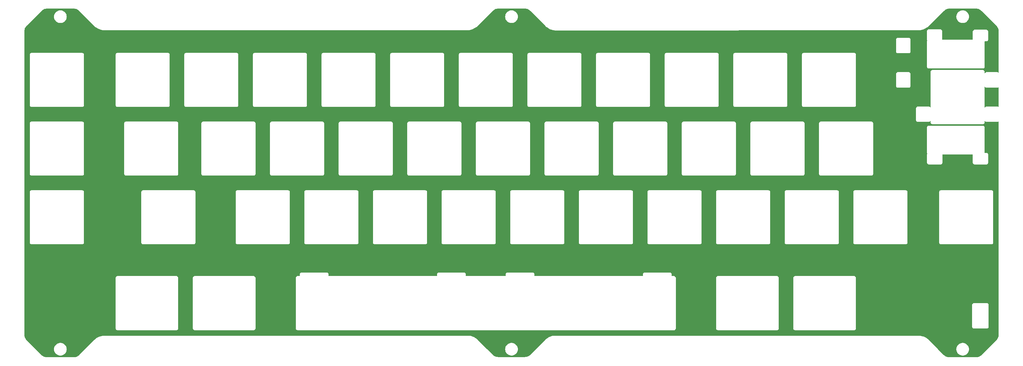
<source format=gbr>
%TF.GenerationSoftware,KiCad,Pcbnew,8.0.5*%
%TF.CreationDate,2024-11-01T20:37:00+01:00*%
%TF.ProjectId,plate,706c6174-652e-46b6-9963-61645f706362,rev?*%
%TF.SameCoordinates,Original*%
%TF.FileFunction,Copper,L1,Top*%
%TF.FilePolarity,Positive*%
%FSLAX46Y46*%
G04 Gerber Fmt 4.6, Leading zero omitted, Abs format (unit mm)*
G04 Created by KiCad (PCBNEW 8.0.5) date 2024-11-01 20:37:00*
%MOMM*%
%LPD*%
G01*
G04 APERTURE LIST*
G04 APERTURE END LIST*
%TA.AperFunction,Conductor*%
%TO.N,GND*%
G36*
X26818985Y-11963001D02*
G01*
X26883500Y-11963000D01*
X26886248Y-11963077D01*
X27125607Y-11976516D01*
X27131045Y-11977128D01*
X27366051Y-12017056D01*
X27371385Y-12018273D01*
X27600433Y-12084258D01*
X27605615Y-12086072D01*
X27825819Y-12177281D01*
X27830770Y-12179665D01*
X27914758Y-12226082D01*
X28039379Y-12294957D01*
X28044024Y-12297875D01*
X28172355Y-12388928D01*
X28238422Y-12435805D01*
X28242718Y-12439231D01*
X28421223Y-12598751D01*
X28423220Y-12600640D01*
X32548240Y-16725660D01*
X32548260Y-16725709D01*
X32691502Y-16868949D01*
X32691506Y-16868953D01*
X32970793Y-17103301D01*
X32970796Y-17103303D01*
X32970814Y-17103318D01*
X33269490Y-17312450D01*
X33269494Y-17312452D01*
X33269498Y-17312455D01*
X33512919Y-17452992D01*
X33585256Y-17494755D01*
X33729638Y-17562080D01*
X33915700Y-17648841D01*
X33915702Y-17648842D01*
X33915704Y-17648842D01*
X33915709Y-17648845D01*
X34258335Y-17773548D01*
X34610526Y-17867914D01*
X34969601Y-17931226D01*
X35332827Y-17963002D01*
X35515134Y-17963000D01*
X35581026Y-17963000D01*
X35601321Y-17963000D01*
X35601323Y-17962999D01*
X136185858Y-17962999D01*
X136185933Y-17962993D01*
X136298549Y-17962995D01*
X136661776Y-17931221D01*
X137020852Y-17867910D01*
X137020859Y-17867908D01*
X137020860Y-17867908D01*
X137373037Y-17773545D01*
X137373041Y-17773543D01*
X137373043Y-17773543D01*
X137715669Y-17648838D01*
X138046121Y-17494746D01*
X138361886Y-17312438D01*
X138361895Y-17312432D01*
X138632244Y-17123130D01*
X138660560Y-17103303D01*
X138939869Y-16868931D01*
X139046130Y-16762668D01*
X141596297Y-14212500D01*
X146675842Y-14212500D01*
X146695447Y-14474124D01*
X146695448Y-14474133D01*
X146753830Y-14729917D01*
X146849683Y-14974146D01*
X146980860Y-15201352D01*
X146980863Y-15201356D01*
X146980864Y-15201357D01*
X147144445Y-15406481D01*
X147336771Y-15584933D01*
X147553546Y-15732728D01*
X147553547Y-15732728D01*
X147553548Y-15732729D01*
X147789920Y-15846560D01*
X147789923Y-15846561D01*
X147789927Y-15846563D01*
X148040635Y-15923896D01*
X148300068Y-15963000D01*
X148300070Y-15963000D01*
X148562430Y-15963000D01*
X148562432Y-15963000D01*
X148821865Y-15923896D01*
X149072573Y-15846563D01*
X149308954Y-15732728D01*
X149525729Y-15584933D01*
X149718055Y-15406481D01*
X149881636Y-15201357D01*
X150012818Y-14974143D01*
X150108670Y-14729916D01*
X150167052Y-14474130D01*
X150186658Y-14212500D01*
X150167052Y-13950870D01*
X150108670Y-13695084D01*
X150012818Y-13450857D01*
X150012816Y-13450853D01*
X149881639Y-13223647D01*
X149881636Y-13223643D01*
X149718054Y-13018518D01*
X149525730Y-12840068D01*
X149525728Y-12840066D01*
X149308951Y-12692270D01*
X149072579Y-12578439D01*
X149072566Y-12578434D01*
X148935006Y-12536003D01*
X148821865Y-12501104D01*
X148562432Y-12462000D01*
X148300068Y-12462000D01*
X148040635Y-12501104D01*
X147977958Y-12520437D01*
X147789933Y-12578434D01*
X147789920Y-12578439D01*
X147553548Y-12692270D01*
X147336771Y-12840066D01*
X147336769Y-12840068D01*
X147144445Y-13018518D01*
X146980863Y-13223643D01*
X146980860Y-13223647D01*
X146849683Y-13450853D01*
X146753830Y-13695082D01*
X146695448Y-13950866D01*
X146695447Y-13950875D01*
X146675842Y-14212500D01*
X141596297Y-14212500D01*
X143207913Y-12600884D01*
X143209893Y-12599013D01*
X143388675Y-12439252D01*
X143392958Y-12435836D01*
X143587372Y-12297898D01*
X143591997Y-12294992D01*
X143800619Y-12179696D01*
X143805557Y-12177318D01*
X144025781Y-12086103D01*
X144030941Y-12084296D01*
X144260003Y-12018307D01*
X144265330Y-12017091D01*
X144500340Y-11977164D01*
X144505774Y-11976552D01*
X144715930Y-11964750D01*
X144745741Y-11963077D01*
X144748488Y-11963000D01*
X144812397Y-11963000D01*
X152050363Y-11963000D01*
X152050367Y-11963001D01*
X152114882Y-11963000D01*
X152117630Y-11963077D01*
X152356987Y-11976515D01*
X152362425Y-11977127D01*
X152597417Y-12017051D01*
X152602775Y-12018274D01*
X152831807Y-12084256D01*
X152836993Y-12086071D01*
X153057191Y-12177279D01*
X153062142Y-12179663D01*
X153062209Y-12179700D01*
X153270761Y-12294962D01*
X153275397Y-12297876D01*
X153469787Y-12435805D01*
X153474083Y-12439231D01*
X153652752Y-12598903D01*
X153654750Y-12600792D01*
X153703225Y-12649270D01*
X153703244Y-12649286D01*
X157789340Y-16735382D01*
X157790175Y-16736237D01*
X157842644Y-16791331D01*
X157912348Y-16864521D01*
X158188389Y-17107862D01*
X158209085Y-17123119D01*
X158465918Y-17312455D01*
X158484588Y-17326218D01*
X158484599Y-17326225D01*
X158484601Y-17326226D01*
X158798690Y-17517926D01*
X158798693Y-17517927D01*
X159128308Y-17681528D01*
X159470930Y-17815779D01*
X159777071Y-17905862D01*
X159823953Y-17919658D01*
X159942620Y-17943577D01*
X160184679Y-17992371D01*
X160550374Y-18033367D01*
X160668998Y-18036258D01*
X160680443Y-18037903D01*
X160680989Y-18038049D01*
X160740045Y-18038004D01*
X160741206Y-18038018D01*
X160784304Y-18039069D01*
X160800177Y-18039457D01*
X160800177Y-18039456D01*
X160800184Y-18039457D01*
X160800719Y-18039327D01*
X160812209Y-18037950D01*
X261375869Y-17962979D01*
X261529674Y-17962980D01*
X261892898Y-17931205D01*
X262251971Y-17867894D01*
X262493508Y-17803176D01*
X262604153Y-17773530D01*
X262604157Y-17773528D01*
X262604159Y-17773528D01*
X262946783Y-17648825D01*
X263277234Y-17494736D01*
X263592998Y-17312432D01*
X263891672Y-17103302D01*
X264170982Y-16868936D01*
X264248592Y-16791324D01*
X264248596Y-16791322D01*
X264253299Y-16786618D01*
X264253302Y-16786618D01*
X264299893Y-16740027D01*
X264346486Y-16693435D01*
X264346486Y-16693433D01*
X264350515Y-16689405D01*
X264350521Y-16689398D01*
X266827419Y-14212500D01*
X271906964Y-14212500D01*
X271926569Y-14474124D01*
X271926570Y-14474133D01*
X271984952Y-14729917D01*
X272080805Y-14974146D01*
X272211982Y-15201352D01*
X272211985Y-15201356D01*
X272211986Y-15201357D01*
X272375567Y-15406481D01*
X272567893Y-15584933D01*
X272784668Y-15732728D01*
X272784669Y-15732728D01*
X272784670Y-15732729D01*
X273021042Y-15846560D01*
X273021045Y-15846561D01*
X273021049Y-15846563D01*
X273271757Y-15923896D01*
X273531190Y-15963000D01*
X273531192Y-15963000D01*
X273793552Y-15963000D01*
X273793554Y-15963000D01*
X274052987Y-15923896D01*
X274303695Y-15846563D01*
X274540076Y-15732728D01*
X274756851Y-15584933D01*
X274949177Y-15406481D01*
X275112758Y-15201357D01*
X275243940Y-14974143D01*
X275339792Y-14729916D01*
X275398174Y-14474130D01*
X275417780Y-14212500D01*
X275398174Y-13950870D01*
X275339792Y-13695084D01*
X275243940Y-13450857D01*
X275243938Y-13450853D01*
X275112761Y-13223647D01*
X275112758Y-13223643D01*
X274949176Y-13018518D01*
X274756852Y-12840068D01*
X274756850Y-12840066D01*
X274540073Y-12692270D01*
X274303701Y-12578439D01*
X274303688Y-12578434D01*
X274166128Y-12536003D01*
X274052987Y-12501104D01*
X273793554Y-12462000D01*
X273531190Y-12462000D01*
X273271757Y-12501104D01*
X273209080Y-12520437D01*
X273021055Y-12578434D01*
X273021042Y-12578439D01*
X272784670Y-12692270D01*
X272567893Y-12840066D01*
X272567891Y-12840068D01*
X272375567Y-13018518D01*
X272211985Y-13223643D01*
X272211982Y-13223647D01*
X272080805Y-13450853D01*
X271984952Y-13695082D01*
X271926570Y-13950866D01*
X271926569Y-13950875D01*
X271906964Y-14212500D01*
X266827419Y-14212500D01*
X268439062Y-12600857D01*
X268440995Y-12599028D01*
X268619812Y-12439231D01*
X268624083Y-12435825D01*
X268818487Y-12297891D01*
X268823119Y-12294981D01*
X269031742Y-12179681D01*
X269036686Y-12177300D01*
X269256896Y-12086088D01*
X269262066Y-12084279D01*
X269491111Y-12018294D01*
X269496460Y-12017073D01*
X269731458Y-11977148D01*
X269736892Y-11976536D01*
X269976610Y-11963076D01*
X269979352Y-11963000D01*
X270043515Y-11963001D01*
X270043519Y-11963000D01*
X277281480Y-11963000D01*
X277281484Y-11963001D01*
X277345999Y-11963000D01*
X277348747Y-11963077D01*
X277588106Y-11976516D01*
X277593544Y-11977128D01*
X277828551Y-12017056D01*
X277833889Y-12018274D01*
X278062929Y-12084257D01*
X278068116Y-12086072D01*
X278288320Y-12177282D01*
X278293271Y-12179666D01*
X278293302Y-12179683D01*
X278501883Y-12294959D01*
X278506526Y-12297876D01*
X278506570Y-12297907D01*
X278700924Y-12435807D01*
X278705220Y-12439233D01*
X278883716Y-12598744D01*
X278885713Y-12600633D01*
X283024117Y-16739037D01*
X283026005Y-16741034D01*
X283185749Y-16919787D01*
X283189175Y-16924083D01*
X283327099Y-17118467D01*
X283330023Y-17123119D01*
X283402668Y-17254556D01*
X283442275Y-17326218D01*
X283445326Y-17331737D01*
X283447708Y-17336684D01*
X283522783Y-17517926D01*
X283538924Y-17556891D01*
X283540738Y-17562075D01*
X283606366Y-17789858D01*
X283606730Y-17791122D01*
X283607952Y-17796479D01*
X283647881Y-18031451D01*
X283648497Y-18036911D01*
X283661923Y-18275878D01*
X283662000Y-18278627D01*
X283662000Y-29666629D01*
X283647648Y-29701277D01*
X283613000Y-29715629D01*
X283588500Y-29709064D01*
X283478474Y-29645539D01*
X283478470Y-29645538D01*
X283351181Y-29611431D01*
X283351178Y-29611431D01*
X280343108Y-29611431D01*
X280211324Y-29611431D01*
X280211321Y-29611431D01*
X280084031Y-29645538D01*
X280084027Y-29645539D01*
X279969901Y-29711431D01*
X279969901Y-29711432D01*
X279876717Y-29804616D01*
X279876716Y-29804616D01*
X279848185Y-29854034D01*
X279818432Y-29876864D01*
X279781250Y-29871969D01*
X279758420Y-29842216D01*
X279756750Y-29829534D01*
X279756750Y-29446605D01*
X279756749Y-29446604D01*
X279722642Y-29319315D01*
X279722641Y-29319311D01*
X279656749Y-29205185D01*
X279563564Y-29112000D01*
X279449438Y-29046108D01*
X279449434Y-29046107D01*
X279322145Y-29012000D01*
X279322142Y-29012000D01*
X265322142Y-29012000D01*
X265190358Y-29012000D01*
X265190355Y-29012000D01*
X265063065Y-29046107D01*
X265063061Y-29046108D01*
X264948935Y-29112000D01*
X264948935Y-29112001D01*
X264855751Y-29205185D01*
X264855750Y-29205185D01*
X264789858Y-29319311D01*
X264789857Y-29319315D01*
X264755750Y-29446604D01*
X264755750Y-39354532D01*
X264741398Y-39389180D01*
X264706750Y-39403532D01*
X264672102Y-39389180D01*
X264664315Y-39379032D01*
X264635785Y-39329617D01*
X264635784Y-39329615D01*
X264542598Y-39236429D01*
X264538502Y-39234064D01*
X264428472Y-39170537D01*
X264428468Y-39170536D01*
X264301179Y-39136429D01*
X264301176Y-39136429D01*
X261293106Y-39136429D01*
X261161322Y-39136429D01*
X261161319Y-39136429D01*
X261034029Y-39170536D01*
X261034025Y-39170537D01*
X260919899Y-39236429D01*
X260919899Y-39236430D01*
X260826715Y-39329614D01*
X260826714Y-39329614D01*
X260760822Y-39443740D01*
X260760821Y-39443744D01*
X260726714Y-39571033D01*
X260726714Y-42978964D01*
X260760821Y-43106253D01*
X260760822Y-43106257D01*
X260826714Y-43220383D01*
X260919900Y-43313569D01*
X260955066Y-43333872D01*
X261034025Y-43379460D01*
X261034027Y-43379460D01*
X261034028Y-43379461D01*
X261108819Y-43399501D01*
X261161318Y-43413568D01*
X261161319Y-43413569D01*
X261161322Y-43413569D01*
X264301179Y-43413569D01*
X264301179Y-43413568D01*
X264428470Y-43379461D01*
X264542598Y-43313569D01*
X264635784Y-43220383D01*
X264664316Y-43170964D01*
X264694068Y-43148135D01*
X264731250Y-43153030D01*
X264754080Y-43182783D01*
X264755750Y-43195465D01*
X264755750Y-43578395D01*
X264789857Y-43705684D01*
X264789858Y-43705688D01*
X264806267Y-43734108D01*
X264855750Y-43819814D01*
X264948936Y-43913000D01*
X264990707Y-43937117D01*
X265063061Y-43978891D01*
X265063063Y-43978891D01*
X265063064Y-43978892D01*
X265163457Y-44005792D01*
X265190354Y-44012999D01*
X265190355Y-44013000D01*
X265190358Y-44013000D01*
X279322145Y-44013000D01*
X279322145Y-44012999D01*
X279449436Y-43978892D01*
X279563564Y-43913000D01*
X279656750Y-43819814D01*
X279722642Y-43705686D01*
X279756749Y-43578395D01*
X279756750Y-43578395D01*
X279756750Y-43195467D01*
X279771102Y-43160819D01*
X279805750Y-43146467D01*
X279840398Y-43160819D01*
X279848182Y-43170964D01*
X279876716Y-43220385D01*
X279969902Y-43313571D01*
X280004605Y-43333607D01*
X280084027Y-43379462D01*
X280084029Y-43379462D01*
X280084030Y-43379463D01*
X280158810Y-43399500D01*
X280211320Y-43413570D01*
X280211321Y-43413571D01*
X280211324Y-43413571D01*
X283351181Y-43413571D01*
X283351181Y-43413570D01*
X283478472Y-43379463D01*
X283588502Y-43315936D01*
X283625682Y-43311041D01*
X283655435Y-43333872D01*
X283662000Y-43358372D01*
X283662000Y-102303471D01*
X283661999Y-102303481D01*
X283661999Y-102371000D01*
X283661922Y-102373747D01*
X283648484Y-102613095D01*
X283647869Y-102618555D01*
X283607945Y-102853542D01*
X283606722Y-102858899D01*
X283540742Y-103087929D01*
X283538927Y-103093116D01*
X283447717Y-103313320D01*
X283445333Y-103318271D01*
X283330043Y-103526878D01*
X283327120Y-103531531D01*
X283189192Y-103725924D01*
X283185766Y-103730220D01*
X283026254Y-103908716D01*
X283024365Y-103910713D01*
X278885954Y-108049125D01*
X278883966Y-108051005D01*
X278860962Y-108071563D01*
X278705205Y-108210753D01*
X278700909Y-108214179D01*
X278506519Y-108352104D01*
X278501866Y-108355027D01*
X278293262Y-108470315D01*
X278288311Y-108472699D01*
X278068114Y-108563906D01*
X278062928Y-108565721D01*
X277833896Y-108631702D01*
X277828538Y-108632925D01*
X277593559Y-108672848D01*
X277588099Y-108673463D01*
X277348399Y-108686922D01*
X277345652Y-108686999D01*
X277278496Y-108686999D01*
X277278480Y-108687000D01*
X270046527Y-108687000D01*
X270046511Y-108686999D01*
X269978998Y-108686999D01*
X269976251Y-108686922D01*
X269736903Y-108673484D01*
X269731443Y-108672869D01*
X269496457Y-108632945D01*
X269491099Y-108631722D01*
X269491033Y-108631703D01*
X269375727Y-108598485D01*
X269262070Y-108565742D01*
X269256884Y-108563927D01*
X269036680Y-108472718D01*
X269031729Y-108470334D01*
X268823123Y-108355044D01*
X268818470Y-108352121D01*
X268624077Y-108214194D01*
X268619781Y-108210768D01*
X268441275Y-108051247D01*
X268439278Y-108049358D01*
X266827420Y-106437500D01*
X271907220Y-106437500D01*
X271926825Y-106699124D01*
X271926826Y-106699133D01*
X271985208Y-106954917D01*
X272081061Y-107199146D01*
X272212238Y-107426352D01*
X272212241Y-107426356D01*
X272212242Y-107426357D01*
X272375823Y-107631481D01*
X272568149Y-107809933D01*
X272784924Y-107957728D01*
X272784925Y-107957728D01*
X272784926Y-107957729D01*
X273021298Y-108071560D01*
X273021301Y-108071561D01*
X273021305Y-108071563D01*
X273272013Y-108148896D01*
X273531446Y-108188000D01*
X273531448Y-108188000D01*
X273793808Y-108188000D01*
X273793810Y-108188000D01*
X274053243Y-108148896D01*
X274303951Y-108071563D01*
X274540332Y-107957728D01*
X274757107Y-107809933D01*
X274949433Y-107631481D01*
X275113014Y-107426357D01*
X275244196Y-107199143D01*
X275340048Y-106954916D01*
X275398430Y-106699130D01*
X275418036Y-106437500D01*
X275398430Y-106175870D01*
X275340048Y-105920084D01*
X275244196Y-105675857D01*
X275244194Y-105675853D01*
X275113017Y-105448647D01*
X275113014Y-105448643D01*
X274949432Y-105243518D01*
X274757108Y-105065068D01*
X274757106Y-105065066D01*
X274540329Y-104917270D01*
X274303957Y-104803439D01*
X274303944Y-104803434D01*
X274166384Y-104761003D01*
X274053243Y-104726104D01*
X273793810Y-104687000D01*
X273531446Y-104687000D01*
X273272013Y-104726104D01*
X273209336Y-104745437D01*
X273021311Y-104803434D01*
X273021298Y-104803439D01*
X272784926Y-104917270D01*
X272568149Y-105065066D01*
X272568147Y-105065068D01*
X272375823Y-105243518D01*
X272212241Y-105448643D01*
X272212238Y-105448647D01*
X272081061Y-105675853D01*
X271985208Y-105920082D01*
X271926826Y-106175866D01*
X271926825Y-106175875D01*
X271907220Y-106437500D01*
X266827420Y-106437500D01*
X264314260Y-103924340D01*
X264314239Y-103924290D01*
X264170997Y-103781050D01*
X264170993Y-103781046D01*
X263891706Y-103546698D01*
X263891695Y-103546690D01*
X263891686Y-103546682D01*
X263593010Y-103337550D01*
X263593007Y-103337548D01*
X263593001Y-103337544D01*
X263277248Y-103155247D01*
X263255026Y-103144885D01*
X263166455Y-103103584D01*
X262946799Y-103001158D01*
X262946797Y-103001157D01*
X262604174Y-102876455D01*
X262604149Y-102876447D01*
X262251982Y-102782088D01*
X262251979Y-102782087D01*
X262251974Y-102782086D01*
X261990700Y-102736018D01*
X261892900Y-102718774D01*
X261737474Y-102705177D01*
X261529673Y-102686998D01*
X261529671Y-102686998D01*
X261347366Y-102687000D01*
X160753658Y-102687000D01*
X160752439Y-102686985D01*
X160578044Y-102682644D01*
X160217308Y-102705176D01*
X160217305Y-102705176D01*
X160217296Y-102705177D01*
X159859922Y-102759060D01*
X159859909Y-102759062D01*
X159508568Y-102843894D01*
X159165954Y-102959027D01*
X159165943Y-102959031D01*
X158834689Y-103103578D01*
X158834676Y-103103584D01*
X158517276Y-103276455D01*
X158216132Y-103476343D01*
X157933564Y-103701713D01*
X157933559Y-103701717D01*
X157850017Y-103781203D01*
X157840755Y-103788131D01*
X157840322Y-103788380D01*
X157840315Y-103788386D01*
X157798541Y-103830158D01*
X157797670Y-103831008D01*
X157754900Y-103871702D01*
X157754895Y-103871708D01*
X157754635Y-103872135D01*
X157747477Y-103881223D01*
X153654604Y-107974097D01*
X153652606Y-107975986D01*
X153473830Y-108135742D01*
X153469534Y-108139168D01*
X153275141Y-108277092D01*
X153270488Y-108280015D01*
X153061886Y-108395299D01*
X153056936Y-108397683D01*
X152836729Y-108488892D01*
X152831543Y-108490707D01*
X152602514Y-108556687D01*
X152597156Y-108557910D01*
X152362172Y-108597833D01*
X152356712Y-108598448D01*
X152116759Y-108611923D01*
X152114012Y-108612000D01*
X144815145Y-108612000D01*
X144815129Y-108611999D01*
X144747616Y-108611999D01*
X144744869Y-108611922D01*
X144505523Y-108598485D01*
X144500063Y-108597870D01*
X144265082Y-108557948D01*
X144259724Y-108556725D01*
X144030692Y-108490743D01*
X144025506Y-108488928D01*
X143805308Y-108397720D01*
X143800357Y-108395336D01*
X143591747Y-108280042D01*
X143587098Y-108277120D01*
X143406385Y-108148896D01*
X143392712Y-108139194D01*
X143388416Y-108135768D01*
X143209746Y-107976095D01*
X143207766Y-107974224D01*
X143162058Y-107928514D01*
X143162055Y-107928512D01*
X143159933Y-107926390D01*
X143159924Y-107926382D01*
X141671042Y-106437500D01*
X146675842Y-106437500D01*
X146695447Y-106699124D01*
X146695448Y-106699133D01*
X146753830Y-106954917D01*
X146849683Y-107199146D01*
X146980860Y-107426352D01*
X146980863Y-107426356D01*
X146980864Y-107426357D01*
X147144445Y-107631481D01*
X147336771Y-107809933D01*
X147553546Y-107957728D01*
X147553547Y-107957728D01*
X147553548Y-107957729D01*
X147789920Y-108071560D01*
X147789923Y-108071561D01*
X147789927Y-108071563D01*
X148040635Y-108148896D01*
X148300068Y-108188000D01*
X148300070Y-108188000D01*
X148562430Y-108188000D01*
X148562432Y-108188000D01*
X148821865Y-108148896D01*
X149072573Y-108071563D01*
X149308954Y-107957728D01*
X149525729Y-107809933D01*
X149718055Y-107631481D01*
X149881636Y-107426357D01*
X150012818Y-107199143D01*
X150108670Y-106954916D01*
X150167052Y-106699130D01*
X150186658Y-106437500D01*
X150167052Y-106175870D01*
X150108670Y-105920084D01*
X150012818Y-105675857D01*
X150012816Y-105675853D01*
X149881639Y-105448647D01*
X149881636Y-105448643D01*
X149718054Y-105243518D01*
X149525730Y-105065068D01*
X149525728Y-105065066D01*
X149308951Y-104917270D01*
X149072579Y-104803439D01*
X149072566Y-104803434D01*
X148935006Y-104761003D01*
X148821865Y-104726104D01*
X148562432Y-104687000D01*
X148300068Y-104687000D01*
X148040635Y-104726104D01*
X147977958Y-104745437D01*
X147789933Y-104803434D01*
X147789920Y-104803439D01*
X147553548Y-104917270D01*
X147336771Y-105065066D01*
X147336769Y-105065068D01*
X147144445Y-105243518D01*
X146980863Y-105448643D01*
X146980860Y-105448647D01*
X146849683Y-105675853D01*
X146753830Y-105920082D01*
X146695448Y-106175866D01*
X146695447Y-106175875D01*
X146675842Y-106437500D01*
X141671042Y-106437500D01*
X139114764Y-103881222D01*
X139107599Y-103872122D01*
X139107345Y-103871706D01*
X139107342Y-103871701D01*
X139064564Y-103831001D01*
X139063729Y-103830187D01*
X139021925Y-103788383D01*
X139021586Y-103788187D01*
X139012315Y-103781254D01*
X138928695Y-103701694D01*
X138928690Y-103701690D01*
X138646118Y-103476324D01*
X138344993Y-103276452D01*
X138344985Y-103276447D01*
X138344982Y-103276445D01*
X138344980Y-103276444D01*
X138027564Y-103103570D01*
X137696288Y-102959019D01*
X137353674Y-102843891D01*
X137353670Y-102843890D01*
X137353667Y-102843889D01*
X137002341Y-102759066D01*
X137002313Y-102759061D01*
X136644938Y-102705182D01*
X136320265Y-102684908D01*
X136284192Y-102682656D01*
X136284191Y-102682656D01*
X136110393Y-102686985D01*
X136109173Y-102687000D01*
X35584437Y-102687000D01*
X35584408Y-102686998D01*
X35581009Y-102686998D01*
X35574021Y-102686998D01*
X35535436Y-102686999D01*
X35535390Y-102686979D01*
X35335735Y-102686967D01*
X35335665Y-102686967D01*
X35335664Y-102686967D01*
X35335657Y-102686967D01*
X34978099Y-102717763D01*
X34978088Y-102717764D01*
X34978086Y-102717765D01*
X34855027Y-102739119D01*
X34624470Y-102779128D01*
X34277422Y-102870602D01*
X33939482Y-102991520D01*
X33613205Y-103140965D01*
X33613177Y-103140980D01*
X33300922Y-103317868D01*
X33004960Y-103520918D01*
X32727521Y-103748599D01*
X32649286Y-103824947D01*
X32643632Y-103829233D01*
X32643765Y-103829406D01*
X32640159Y-103832172D01*
X32640080Y-103832225D01*
X32639681Y-103832537D01*
X32639382Y-103832768D01*
X32639049Y-103833023D01*
X32638979Y-103833085D01*
X32637911Y-103833919D01*
X32593255Y-103879321D01*
X32592969Y-103879609D01*
X32580983Y-103891595D01*
X32580556Y-103892017D01*
X32551930Y-103919949D01*
X32551132Y-103920963D01*
X32547285Y-103925293D01*
X28423455Y-108049124D01*
X28421467Y-108051004D01*
X28421196Y-108051247D01*
X28242701Y-108210757D01*
X28238404Y-108214183D01*
X28044022Y-108352101D01*
X28039370Y-108355024D01*
X27830760Y-108470316D01*
X27825809Y-108472700D01*
X27605611Y-108563907D01*
X27600425Y-108565722D01*
X27371392Y-108631703D01*
X27366034Y-108632926D01*
X27131054Y-108672849D01*
X27125594Y-108673464D01*
X26885894Y-108686922D01*
X26883147Y-108686999D01*
X26815989Y-108686999D01*
X26815973Y-108687000D01*
X19584027Y-108687000D01*
X19584011Y-108686999D01*
X19516498Y-108686999D01*
X19513751Y-108686922D01*
X19274403Y-108673484D01*
X19268943Y-108672869D01*
X19033957Y-108632945D01*
X19028599Y-108631722D01*
X19028533Y-108631703D01*
X18913227Y-108598485D01*
X18799570Y-108565742D01*
X18794384Y-108563927D01*
X18574180Y-108472718D01*
X18569229Y-108470334D01*
X18360623Y-108355044D01*
X18355970Y-108352121D01*
X18161577Y-108214194D01*
X18157281Y-108210768D01*
X17978775Y-108051247D01*
X17976778Y-108049358D01*
X16364920Y-106437500D01*
X21444720Y-106437500D01*
X21464325Y-106699124D01*
X21464326Y-106699133D01*
X21522708Y-106954917D01*
X21618561Y-107199146D01*
X21749738Y-107426352D01*
X21749741Y-107426356D01*
X21749742Y-107426357D01*
X21913323Y-107631481D01*
X22105649Y-107809933D01*
X22322424Y-107957728D01*
X22322425Y-107957728D01*
X22322426Y-107957729D01*
X22558798Y-108071560D01*
X22558801Y-108071561D01*
X22558805Y-108071563D01*
X22809513Y-108148896D01*
X23068946Y-108188000D01*
X23068948Y-108188000D01*
X23331308Y-108188000D01*
X23331310Y-108188000D01*
X23590743Y-108148896D01*
X23841451Y-108071563D01*
X24077832Y-107957728D01*
X24294607Y-107809933D01*
X24486933Y-107631481D01*
X24650514Y-107426357D01*
X24781696Y-107199143D01*
X24877548Y-106954916D01*
X24935930Y-106699130D01*
X24955536Y-106437500D01*
X24935930Y-106175870D01*
X24877548Y-105920084D01*
X24781696Y-105675857D01*
X24781694Y-105675853D01*
X24650517Y-105448647D01*
X24650514Y-105448643D01*
X24486932Y-105243518D01*
X24294608Y-105065068D01*
X24294606Y-105065066D01*
X24077829Y-104917270D01*
X23841457Y-104803439D01*
X23841444Y-104803434D01*
X23703884Y-104761003D01*
X23590743Y-104726104D01*
X23331310Y-104687000D01*
X23068946Y-104687000D01*
X22809513Y-104726104D01*
X22746836Y-104745437D01*
X22558811Y-104803434D01*
X22558798Y-104803439D01*
X22322426Y-104917270D01*
X22105649Y-105065066D01*
X22105647Y-105065068D01*
X21913323Y-105243518D01*
X21749741Y-105448643D01*
X21749738Y-105448647D01*
X21618561Y-105675853D01*
X21522708Y-105920082D01*
X21464326Y-106175866D01*
X21464325Y-106175875D01*
X21444720Y-106437500D01*
X16364920Y-106437500D01*
X13838375Y-103910955D01*
X13836512Y-103908986D01*
X13676740Y-103730199D01*
X13673316Y-103725904D01*
X13646422Y-103688000D01*
X13535396Y-103531519D01*
X13532475Y-103526870D01*
X13504551Y-103476345D01*
X13427844Y-103337550D01*
X13417183Y-103318260D01*
X13414799Y-103313309D01*
X13327929Y-103103582D01*
X13323591Y-103093108D01*
X13321777Y-103087925D01*
X13296780Y-103001157D01*
X13255796Y-102858892D01*
X13254573Y-102853534D01*
X13252082Y-102838871D01*
X13214648Y-102618543D01*
X13214036Y-102613105D01*
X13200576Y-102373390D01*
X13200500Y-102370646D01*
X13200501Y-102306485D01*
X13200500Y-102306481D01*
X13200500Y-86596604D01*
X38537000Y-86596604D01*
X38537000Y-100728395D01*
X38571107Y-100855684D01*
X38571108Y-100855688D01*
X38637000Y-100969814D01*
X38730186Y-101063000D01*
X38771957Y-101087117D01*
X38844311Y-101128891D01*
X38844313Y-101128891D01*
X38844314Y-101128892D01*
X38944707Y-101155792D01*
X38971604Y-101162999D01*
X38971605Y-101163000D01*
X38971608Y-101163000D01*
X55484645Y-101163000D01*
X55484645Y-101162999D01*
X55611936Y-101128892D01*
X55726064Y-101063000D01*
X55819250Y-100969814D01*
X55885142Y-100855686D01*
X55919249Y-100728395D01*
X55919250Y-100728395D01*
X55919250Y-86596605D01*
X55919249Y-86596604D01*
X59968250Y-86596604D01*
X59968250Y-100728395D01*
X60002357Y-100855684D01*
X60002358Y-100855688D01*
X60068250Y-100969814D01*
X60161436Y-101063000D01*
X60203207Y-101087117D01*
X60275561Y-101128891D01*
X60275563Y-101128891D01*
X60275564Y-101128892D01*
X60375957Y-101155792D01*
X60402854Y-101162999D01*
X60402855Y-101163000D01*
X60402858Y-101163000D01*
X76915895Y-101163000D01*
X76915895Y-101162999D01*
X77043186Y-101128892D01*
X77157314Y-101063000D01*
X77250500Y-100969814D01*
X77316392Y-100855686D01*
X77350499Y-100728395D01*
X77350500Y-100728395D01*
X77350500Y-86596605D01*
X77350499Y-86596604D01*
X88543250Y-86596604D01*
X88543250Y-100728395D01*
X88577357Y-100855684D01*
X88577358Y-100855688D01*
X88643250Y-100969814D01*
X88736436Y-101063000D01*
X88778207Y-101087117D01*
X88850561Y-101128891D01*
X88850563Y-101128891D01*
X88850564Y-101128892D01*
X88950957Y-101155792D01*
X88977854Y-101162999D01*
X88977855Y-101163000D01*
X88977858Y-101163000D01*
X193597145Y-101163000D01*
X193597145Y-101162999D01*
X193724436Y-101128892D01*
X193838564Y-101063000D01*
X193931750Y-100969814D01*
X193997642Y-100855686D01*
X194031749Y-100728395D01*
X194031750Y-100728395D01*
X194031750Y-86596605D01*
X194031749Y-86596604D01*
X205224500Y-86596604D01*
X205224500Y-100728395D01*
X205258607Y-100855684D01*
X205258608Y-100855688D01*
X205324500Y-100969814D01*
X205417686Y-101063000D01*
X205459457Y-101087117D01*
X205531811Y-101128891D01*
X205531813Y-101128891D01*
X205531814Y-101128892D01*
X205632207Y-101155792D01*
X205659104Y-101162999D01*
X205659105Y-101163000D01*
X205659108Y-101163000D01*
X222172145Y-101163000D01*
X222172145Y-101162999D01*
X222299436Y-101128892D01*
X222413564Y-101063000D01*
X222506750Y-100969814D01*
X222572642Y-100855686D01*
X222606749Y-100728395D01*
X222606750Y-100728395D01*
X222606750Y-86596605D01*
X222606749Y-86596604D01*
X226655750Y-86596604D01*
X226655750Y-100728395D01*
X226689857Y-100855684D01*
X226689858Y-100855688D01*
X226755750Y-100969814D01*
X226848936Y-101063000D01*
X226890707Y-101087117D01*
X226963061Y-101128891D01*
X226963063Y-101128891D01*
X226963064Y-101128892D01*
X227063457Y-101155792D01*
X227090354Y-101162999D01*
X227090355Y-101163000D01*
X227090358Y-101163000D01*
X243603395Y-101163000D01*
X243603395Y-101162999D01*
X243730686Y-101128892D01*
X243844814Y-101063000D01*
X243938000Y-100969814D01*
X244003892Y-100855686D01*
X244037999Y-100728395D01*
X244038000Y-100728395D01*
X244038000Y-94063773D01*
X276311667Y-94063773D01*
X276311667Y-100289568D01*
X276345774Y-100416857D01*
X276345775Y-100416861D01*
X276411667Y-100530987D01*
X276504853Y-100624173D01*
X276546624Y-100648290D01*
X276618978Y-100690064D01*
X276618980Y-100690064D01*
X276618981Y-100690065D01*
X276719374Y-100716965D01*
X276746271Y-100724172D01*
X276746272Y-100724173D01*
X276746275Y-100724173D01*
X280417770Y-100724173D01*
X280417770Y-100724172D01*
X280545061Y-100690065D01*
X280659189Y-100624173D01*
X280752375Y-100530987D01*
X280818267Y-100416859D01*
X280852374Y-100289568D01*
X280852375Y-100289568D01*
X280852375Y-94063774D01*
X280852374Y-94063773D01*
X280818267Y-93936484D01*
X280818266Y-93936480D01*
X280752374Y-93822354D01*
X280659189Y-93729169D01*
X280545063Y-93663277D01*
X280545059Y-93663276D01*
X280417770Y-93629169D01*
X280417767Y-93629169D01*
X276878059Y-93629169D01*
X276746275Y-93629169D01*
X276746272Y-93629169D01*
X276618982Y-93663276D01*
X276618978Y-93663277D01*
X276504852Y-93729169D01*
X276504852Y-93729170D01*
X276411668Y-93822354D01*
X276411667Y-93822354D01*
X276345775Y-93936480D01*
X276345774Y-93936484D01*
X276311667Y-94063773D01*
X244038000Y-94063773D01*
X244038000Y-86596605D01*
X244037999Y-86596604D01*
X244003892Y-86469315D01*
X244003891Y-86469311D01*
X243937999Y-86355185D01*
X243844814Y-86262000D01*
X243730688Y-86196108D01*
X243730684Y-86196107D01*
X243603395Y-86162000D01*
X243603392Y-86162000D01*
X241222142Y-86162000D01*
X229603392Y-86162000D01*
X227222142Y-86162000D01*
X227090358Y-86162000D01*
X227090355Y-86162000D01*
X226963065Y-86196107D01*
X226963061Y-86196108D01*
X226848935Y-86262000D01*
X226848935Y-86262001D01*
X226755751Y-86355185D01*
X226755750Y-86355185D01*
X226689858Y-86469311D01*
X226689857Y-86469315D01*
X226655750Y-86596604D01*
X222606749Y-86596604D01*
X222572642Y-86469315D01*
X222572641Y-86469311D01*
X222506749Y-86355185D01*
X222413564Y-86262000D01*
X222299438Y-86196108D01*
X222299434Y-86196107D01*
X222172145Y-86162000D01*
X222172142Y-86162000D01*
X219790892Y-86162000D01*
X208172142Y-86162000D01*
X205790892Y-86162000D01*
X205659108Y-86162000D01*
X205659105Y-86162000D01*
X205531815Y-86196107D01*
X205531811Y-86196108D01*
X205417685Y-86262000D01*
X205417685Y-86262001D01*
X205324501Y-86355185D01*
X205324500Y-86355185D01*
X205258608Y-86469311D01*
X205258607Y-86469315D01*
X205224500Y-86596604D01*
X194031749Y-86596604D01*
X193997642Y-86469315D01*
X193997641Y-86469311D01*
X193931749Y-86355185D01*
X193838564Y-86262000D01*
X193724438Y-86196108D01*
X193724434Y-86196107D01*
X193597145Y-86162000D01*
X193597142Y-86162000D01*
X192962000Y-86162000D01*
X192927352Y-86147648D01*
X192913000Y-86113000D01*
X192913000Y-85596605D01*
X192912999Y-85596604D01*
X192878892Y-85469315D01*
X192878891Y-85469311D01*
X192812999Y-85355185D01*
X192719814Y-85262000D01*
X192605688Y-85196108D01*
X192605684Y-85196107D01*
X192478395Y-85162000D01*
X192478392Y-85162000D01*
X185478392Y-85162000D01*
X185346608Y-85162000D01*
X185346605Y-85162000D01*
X185219315Y-85196107D01*
X185219311Y-85196108D01*
X185105185Y-85262000D01*
X185105185Y-85262001D01*
X185012001Y-85355185D01*
X185012000Y-85355185D01*
X184946108Y-85469311D01*
X184946107Y-85469315D01*
X184912000Y-85596604D01*
X184912000Y-86113000D01*
X184897648Y-86147648D01*
X184863000Y-86162000D01*
X154862000Y-86162000D01*
X154827352Y-86147648D01*
X154813000Y-86113000D01*
X154813000Y-85596605D01*
X154812999Y-85596604D01*
X154778892Y-85469315D01*
X154778891Y-85469311D01*
X154712999Y-85355185D01*
X154619814Y-85262000D01*
X154505688Y-85196108D01*
X154505684Y-85196107D01*
X154378395Y-85162000D01*
X154378392Y-85162000D01*
X147378392Y-85162000D01*
X147246608Y-85162000D01*
X147246605Y-85162000D01*
X147119315Y-85196107D01*
X147119311Y-85196108D01*
X147005185Y-85262000D01*
X147005185Y-85262001D01*
X146912001Y-85355185D01*
X146912000Y-85355185D01*
X146846108Y-85469311D01*
X146846107Y-85469315D01*
X146812000Y-85596604D01*
X146812000Y-86113000D01*
X146797648Y-86147648D01*
X146763000Y-86162000D01*
X135812000Y-86162000D01*
X135777352Y-86147648D01*
X135763000Y-86113000D01*
X135763000Y-85596605D01*
X135762999Y-85596604D01*
X135728892Y-85469315D01*
X135728891Y-85469311D01*
X135662999Y-85355185D01*
X135569814Y-85262000D01*
X135455688Y-85196108D01*
X135455684Y-85196107D01*
X135328395Y-85162000D01*
X135328392Y-85162000D01*
X128328392Y-85162000D01*
X128196608Y-85162000D01*
X128196605Y-85162000D01*
X128069315Y-85196107D01*
X128069311Y-85196108D01*
X127955185Y-85262000D01*
X127955185Y-85262001D01*
X127862001Y-85355185D01*
X127862000Y-85355185D01*
X127796108Y-85469311D01*
X127796107Y-85469315D01*
X127762000Y-85596604D01*
X127762000Y-86113000D01*
X127747648Y-86147648D01*
X127713000Y-86162000D01*
X97712000Y-86162000D01*
X97677352Y-86147648D01*
X97663000Y-86113000D01*
X97663000Y-85596605D01*
X97662999Y-85596604D01*
X97628892Y-85469315D01*
X97628891Y-85469311D01*
X97562999Y-85355185D01*
X97469814Y-85262000D01*
X97355688Y-85196108D01*
X97355684Y-85196107D01*
X97228395Y-85162000D01*
X97228392Y-85162000D01*
X90228392Y-85162000D01*
X90096608Y-85162000D01*
X90096605Y-85162000D01*
X89969315Y-85196107D01*
X89969311Y-85196108D01*
X89855185Y-85262000D01*
X89855185Y-85262001D01*
X89762001Y-85355185D01*
X89762000Y-85355185D01*
X89696108Y-85469311D01*
X89696107Y-85469315D01*
X89662000Y-85596604D01*
X89662000Y-86113000D01*
X89647648Y-86147648D01*
X89613000Y-86162000D01*
X88977855Y-86162000D01*
X88850565Y-86196107D01*
X88850561Y-86196108D01*
X88736435Y-86262000D01*
X88736435Y-86262001D01*
X88643251Y-86355185D01*
X88643250Y-86355185D01*
X88577358Y-86469311D01*
X88577357Y-86469315D01*
X88543250Y-86596604D01*
X77350499Y-86596604D01*
X77316392Y-86469315D01*
X77316391Y-86469311D01*
X77250499Y-86355185D01*
X77157314Y-86262000D01*
X77043188Y-86196108D01*
X77043184Y-86196107D01*
X76915895Y-86162000D01*
X76915892Y-86162000D01*
X74534642Y-86162000D01*
X62915892Y-86162000D01*
X60534642Y-86162000D01*
X60402858Y-86162000D01*
X60402855Y-86162000D01*
X60275565Y-86196107D01*
X60275561Y-86196108D01*
X60161435Y-86262000D01*
X60161435Y-86262001D01*
X60068251Y-86355185D01*
X60068250Y-86355185D01*
X60002358Y-86469311D01*
X60002357Y-86469315D01*
X59968250Y-86596604D01*
X55919249Y-86596604D01*
X55885142Y-86469315D01*
X55885141Y-86469311D01*
X55819249Y-86355185D01*
X55726064Y-86262000D01*
X55611938Y-86196108D01*
X55611934Y-86196107D01*
X55484645Y-86162000D01*
X55484642Y-86162000D01*
X53103392Y-86162000D01*
X41484642Y-86162000D01*
X39103392Y-86162000D01*
X38971608Y-86162000D01*
X38971605Y-86162000D01*
X38844315Y-86196107D01*
X38844311Y-86196108D01*
X38730185Y-86262000D01*
X38730185Y-86262001D01*
X38637001Y-86355185D01*
X38637000Y-86355185D01*
X38571108Y-86469311D01*
X38571107Y-86469315D01*
X38537000Y-86596604D01*
X13200500Y-86596604D01*
X13200500Y-62784104D01*
X14724500Y-62784104D01*
X14724500Y-76915895D01*
X14758607Y-77043184D01*
X14758608Y-77043188D01*
X14824500Y-77157314D01*
X14917686Y-77250500D01*
X14959457Y-77274617D01*
X15031811Y-77316391D01*
X15031813Y-77316391D01*
X15031814Y-77316392D01*
X15132207Y-77343292D01*
X15159104Y-77350499D01*
X15159105Y-77350500D01*
X15159108Y-77350500D01*
X29290895Y-77350500D01*
X29290895Y-77350499D01*
X29418186Y-77316392D01*
X29532314Y-77250500D01*
X29625500Y-77157314D01*
X29691392Y-77043186D01*
X29725499Y-76915895D01*
X29725500Y-76915895D01*
X29725500Y-62784105D01*
X29725499Y-62784104D01*
X45680750Y-62784104D01*
X45680750Y-76915895D01*
X45714857Y-77043184D01*
X45714858Y-77043188D01*
X45780750Y-77157314D01*
X45873936Y-77250500D01*
X45915707Y-77274617D01*
X45988061Y-77316391D01*
X45988063Y-77316391D01*
X45988064Y-77316392D01*
X46088457Y-77343292D01*
X46115354Y-77350499D01*
X46115355Y-77350500D01*
X46115358Y-77350500D01*
X60247145Y-77350500D01*
X60247145Y-77350499D01*
X60374436Y-77316392D01*
X60488564Y-77250500D01*
X60581750Y-77157314D01*
X60647642Y-77043186D01*
X60681749Y-76915895D01*
X60681750Y-76915895D01*
X60681750Y-62784105D01*
X60681749Y-62784104D01*
X71874500Y-62784104D01*
X71874500Y-76915895D01*
X71908607Y-77043184D01*
X71908608Y-77043188D01*
X71974500Y-77157314D01*
X72067686Y-77250500D01*
X72109457Y-77274617D01*
X72181811Y-77316391D01*
X72181813Y-77316391D01*
X72181814Y-77316392D01*
X72282207Y-77343292D01*
X72309104Y-77350499D01*
X72309105Y-77350500D01*
X72309108Y-77350500D01*
X86440895Y-77350500D01*
X86440895Y-77350499D01*
X86568186Y-77316392D01*
X86682314Y-77250500D01*
X86775500Y-77157314D01*
X86841392Y-77043186D01*
X86875499Y-76915895D01*
X86875500Y-76915895D01*
X86875500Y-62784105D01*
X86875499Y-62784104D01*
X90924500Y-62784104D01*
X90924500Y-76915895D01*
X90958607Y-77043184D01*
X90958608Y-77043188D01*
X91024500Y-77157314D01*
X91117686Y-77250500D01*
X91159457Y-77274617D01*
X91231811Y-77316391D01*
X91231813Y-77316391D01*
X91231814Y-77316392D01*
X91332207Y-77343292D01*
X91359104Y-77350499D01*
X91359105Y-77350500D01*
X91359108Y-77350500D01*
X105490895Y-77350500D01*
X105490895Y-77350499D01*
X105618186Y-77316392D01*
X105732314Y-77250500D01*
X105825500Y-77157314D01*
X105891392Y-77043186D01*
X105925499Y-76915895D01*
X105925500Y-76915895D01*
X105925500Y-62784105D01*
X105925499Y-62784104D01*
X109974500Y-62784104D01*
X109974500Y-76915895D01*
X110008607Y-77043184D01*
X110008608Y-77043188D01*
X110074500Y-77157314D01*
X110167686Y-77250500D01*
X110209457Y-77274617D01*
X110281811Y-77316391D01*
X110281813Y-77316391D01*
X110281814Y-77316392D01*
X110382207Y-77343292D01*
X110409104Y-77350499D01*
X110409105Y-77350500D01*
X110409108Y-77350500D01*
X124540895Y-77350500D01*
X124540895Y-77350499D01*
X124668186Y-77316392D01*
X124782314Y-77250500D01*
X124875500Y-77157314D01*
X124941392Y-77043186D01*
X124975499Y-76915895D01*
X124975500Y-76915895D01*
X124975500Y-62784105D01*
X124975499Y-62784104D01*
X129024500Y-62784104D01*
X129024500Y-76915895D01*
X129058607Y-77043184D01*
X129058608Y-77043188D01*
X129124500Y-77157314D01*
X129217686Y-77250500D01*
X129259457Y-77274617D01*
X129331811Y-77316391D01*
X129331813Y-77316391D01*
X129331814Y-77316392D01*
X129432207Y-77343292D01*
X129459104Y-77350499D01*
X129459105Y-77350500D01*
X129459108Y-77350500D01*
X143590895Y-77350500D01*
X143590895Y-77350499D01*
X143718186Y-77316392D01*
X143832314Y-77250500D01*
X143925500Y-77157314D01*
X143991392Y-77043186D01*
X144025499Y-76915895D01*
X144025500Y-76915895D01*
X144025500Y-62784105D01*
X144025499Y-62784104D01*
X148074500Y-62784104D01*
X148074500Y-76915895D01*
X148108607Y-77043184D01*
X148108608Y-77043188D01*
X148174500Y-77157314D01*
X148267686Y-77250500D01*
X148309457Y-77274617D01*
X148381811Y-77316391D01*
X148381813Y-77316391D01*
X148381814Y-77316392D01*
X148482207Y-77343292D01*
X148509104Y-77350499D01*
X148509105Y-77350500D01*
X148509108Y-77350500D01*
X162640895Y-77350500D01*
X162640895Y-77350499D01*
X162768186Y-77316392D01*
X162882314Y-77250500D01*
X162975500Y-77157314D01*
X163041392Y-77043186D01*
X163075499Y-76915895D01*
X163075500Y-76915895D01*
X163075500Y-62784105D01*
X163075499Y-62784104D01*
X167124500Y-62784104D01*
X167124500Y-76915895D01*
X167158607Y-77043184D01*
X167158608Y-77043188D01*
X167224500Y-77157314D01*
X167317686Y-77250500D01*
X167359457Y-77274617D01*
X167431811Y-77316391D01*
X167431813Y-77316391D01*
X167431814Y-77316392D01*
X167532207Y-77343292D01*
X167559104Y-77350499D01*
X167559105Y-77350500D01*
X167559108Y-77350500D01*
X181690895Y-77350500D01*
X181690895Y-77350499D01*
X181818186Y-77316392D01*
X181932314Y-77250500D01*
X182025500Y-77157314D01*
X182091392Y-77043186D01*
X182125499Y-76915895D01*
X182125500Y-76915895D01*
X182125500Y-62784105D01*
X182125499Y-62784104D01*
X186174500Y-62784104D01*
X186174500Y-76915895D01*
X186208607Y-77043184D01*
X186208608Y-77043188D01*
X186274500Y-77157314D01*
X186367686Y-77250500D01*
X186409457Y-77274617D01*
X186481811Y-77316391D01*
X186481813Y-77316391D01*
X186481814Y-77316392D01*
X186582207Y-77343292D01*
X186609104Y-77350499D01*
X186609105Y-77350500D01*
X186609108Y-77350500D01*
X200740895Y-77350500D01*
X200740895Y-77350499D01*
X200868186Y-77316392D01*
X200982314Y-77250500D01*
X201075500Y-77157314D01*
X201141392Y-77043186D01*
X201175499Y-76915895D01*
X201175500Y-76915895D01*
X201175500Y-62784105D01*
X201175499Y-62784104D01*
X205224500Y-62784104D01*
X205224500Y-76915895D01*
X205258607Y-77043184D01*
X205258608Y-77043188D01*
X205324500Y-77157314D01*
X205417686Y-77250500D01*
X205459457Y-77274617D01*
X205531811Y-77316391D01*
X205531813Y-77316391D01*
X205531814Y-77316392D01*
X205632207Y-77343292D01*
X205659104Y-77350499D01*
X205659105Y-77350500D01*
X205659108Y-77350500D01*
X219790895Y-77350500D01*
X219790895Y-77350499D01*
X219918186Y-77316392D01*
X220032314Y-77250500D01*
X220125500Y-77157314D01*
X220191392Y-77043186D01*
X220225499Y-76915895D01*
X220225500Y-76915895D01*
X220225500Y-62784105D01*
X220225499Y-62784104D01*
X224274500Y-62784104D01*
X224274500Y-76915895D01*
X224308607Y-77043184D01*
X224308608Y-77043188D01*
X224374500Y-77157314D01*
X224467686Y-77250500D01*
X224509457Y-77274617D01*
X224581811Y-77316391D01*
X224581813Y-77316391D01*
X224581814Y-77316392D01*
X224682207Y-77343292D01*
X224709104Y-77350499D01*
X224709105Y-77350500D01*
X224709108Y-77350500D01*
X238840895Y-77350500D01*
X238840895Y-77350499D01*
X238968186Y-77316392D01*
X239082314Y-77250500D01*
X239175500Y-77157314D01*
X239241392Y-77043186D01*
X239275499Y-76915895D01*
X239275500Y-76915895D01*
X239275500Y-62784105D01*
X239275499Y-62784104D01*
X243324500Y-62784104D01*
X243324500Y-76915895D01*
X243358607Y-77043184D01*
X243358608Y-77043188D01*
X243424500Y-77157314D01*
X243517686Y-77250500D01*
X243559457Y-77274617D01*
X243631811Y-77316391D01*
X243631813Y-77316391D01*
X243631814Y-77316392D01*
X243732207Y-77343292D01*
X243759104Y-77350499D01*
X243759105Y-77350500D01*
X243759108Y-77350500D01*
X257890895Y-77350500D01*
X257890895Y-77350499D01*
X258018186Y-77316392D01*
X258132314Y-77250500D01*
X258225500Y-77157314D01*
X258291392Y-77043186D01*
X258325499Y-76915895D01*
X258325500Y-76915895D01*
X258325500Y-62784105D01*
X258325499Y-62784104D01*
X267137000Y-62784104D01*
X267137000Y-76915895D01*
X267171107Y-77043184D01*
X267171108Y-77043188D01*
X267237000Y-77157314D01*
X267330186Y-77250500D01*
X267371957Y-77274617D01*
X267444311Y-77316391D01*
X267444313Y-77316391D01*
X267444314Y-77316392D01*
X267544707Y-77343292D01*
X267571604Y-77350499D01*
X267571605Y-77350500D01*
X267571608Y-77350500D01*
X281703395Y-77350500D01*
X281703395Y-77350499D01*
X281830686Y-77316392D01*
X281944814Y-77250500D01*
X282038000Y-77157314D01*
X282103892Y-77043186D01*
X282137999Y-76915895D01*
X282138000Y-76915895D01*
X282138000Y-62784105D01*
X282137999Y-62784104D01*
X282103892Y-62656815D01*
X282103891Y-62656811D01*
X282037999Y-62542685D01*
X281944814Y-62449500D01*
X281830688Y-62383608D01*
X281830684Y-62383607D01*
X281703395Y-62349500D01*
X281703392Y-62349500D01*
X267703392Y-62349500D01*
X267571608Y-62349500D01*
X267571605Y-62349500D01*
X267444315Y-62383607D01*
X267444311Y-62383608D01*
X267330185Y-62449500D01*
X267330185Y-62449501D01*
X267237001Y-62542685D01*
X267237000Y-62542685D01*
X267171108Y-62656811D01*
X267171107Y-62656815D01*
X267137000Y-62784104D01*
X258325499Y-62784104D01*
X258291392Y-62656815D01*
X258291391Y-62656811D01*
X258225499Y-62542685D01*
X258132314Y-62449500D01*
X258018188Y-62383608D01*
X258018184Y-62383607D01*
X257890895Y-62349500D01*
X257890892Y-62349500D01*
X243890892Y-62349500D01*
X243759108Y-62349500D01*
X243759105Y-62349500D01*
X243631815Y-62383607D01*
X243631811Y-62383608D01*
X243517685Y-62449500D01*
X243517685Y-62449501D01*
X243424501Y-62542685D01*
X243424500Y-62542685D01*
X243358608Y-62656811D01*
X243358607Y-62656815D01*
X243324500Y-62784104D01*
X239275499Y-62784104D01*
X239241392Y-62656815D01*
X239241391Y-62656811D01*
X239175499Y-62542685D01*
X239082314Y-62449500D01*
X238968188Y-62383608D01*
X238968184Y-62383607D01*
X238840895Y-62349500D01*
X238840892Y-62349500D01*
X224840892Y-62349500D01*
X224709108Y-62349500D01*
X224709105Y-62349500D01*
X224581815Y-62383607D01*
X224581811Y-62383608D01*
X224467685Y-62449500D01*
X224467685Y-62449501D01*
X224374501Y-62542685D01*
X224374500Y-62542685D01*
X224308608Y-62656811D01*
X224308607Y-62656815D01*
X224274500Y-62784104D01*
X220225499Y-62784104D01*
X220191392Y-62656815D01*
X220191391Y-62656811D01*
X220125499Y-62542685D01*
X220032314Y-62449500D01*
X219918188Y-62383608D01*
X219918184Y-62383607D01*
X219790895Y-62349500D01*
X219790892Y-62349500D01*
X205790892Y-62349500D01*
X205659108Y-62349500D01*
X205659105Y-62349500D01*
X205531815Y-62383607D01*
X205531811Y-62383608D01*
X205417685Y-62449500D01*
X205417685Y-62449501D01*
X205324501Y-62542685D01*
X205324500Y-62542685D01*
X205258608Y-62656811D01*
X205258607Y-62656815D01*
X205224500Y-62784104D01*
X201175499Y-62784104D01*
X201141392Y-62656815D01*
X201141391Y-62656811D01*
X201075499Y-62542685D01*
X200982314Y-62449500D01*
X200868188Y-62383608D01*
X200868184Y-62383607D01*
X200740895Y-62349500D01*
X200740892Y-62349500D01*
X186740892Y-62349500D01*
X186609108Y-62349500D01*
X186609105Y-62349500D01*
X186481815Y-62383607D01*
X186481811Y-62383608D01*
X186367685Y-62449500D01*
X186367685Y-62449501D01*
X186274501Y-62542685D01*
X186274500Y-62542685D01*
X186208608Y-62656811D01*
X186208607Y-62656815D01*
X186174500Y-62784104D01*
X182125499Y-62784104D01*
X182091392Y-62656815D01*
X182091391Y-62656811D01*
X182025499Y-62542685D01*
X181932314Y-62449500D01*
X181818188Y-62383608D01*
X181818184Y-62383607D01*
X181690895Y-62349500D01*
X181690892Y-62349500D01*
X167690892Y-62349500D01*
X167559108Y-62349500D01*
X167559105Y-62349500D01*
X167431815Y-62383607D01*
X167431811Y-62383608D01*
X167317685Y-62449500D01*
X167317685Y-62449501D01*
X167224501Y-62542685D01*
X167224500Y-62542685D01*
X167158608Y-62656811D01*
X167158607Y-62656815D01*
X167124500Y-62784104D01*
X163075499Y-62784104D01*
X163041392Y-62656815D01*
X163041391Y-62656811D01*
X162975499Y-62542685D01*
X162882314Y-62449500D01*
X162768188Y-62383608D01*
X162768184Y-62383607D01*
X162640895Y-62349500D01*
X162640892Y-62349500D01*
X148640892Y-62349500D01*
X148509108Y-62349500D01*
X148509105Y-62349500D01*
X148381815Y-62383607D01*
X148381811Y-62383608D01*
X148267685Y-62449500D01*
X148267685Y-62449501D01*
X148174501Y-62542685D01*
X148174500Y-62542685D01*
X148108608Y-62656811D01*
X148108607Y-62656815D01*
X148074500Y-62784104D01*
X144025499Y-62784104D01*
X143991392Y-62656815D01*
X143991391Y-62656811D01*
X143925499Y-62542685D01*
X143832314Y-62449500D01*
X143718188Y-62383608D01*
X143718184Y-62383607D01*
X143590895Y-62349500D01*
X143590892Y-62349500D01*
X129590892Y-62349500D01*
X129459108Y-62349500D01*
X129459105Y-62349500D01*
X129331815Y-62383607D01*
X129331811Y-62383608D01*
X129217685Y-62449500D01*
X129217685Y-62449501D01*
X129124501Y-62542685D01*
X129124500Y-62542685D01*
X129058608Y-62656811D01*
X129058607Y-62656815D01*
X129024500Y-62784104D01*
X124975499Y-62784104D01*
X124941392Y-62656815D01*
X124941391Y-62656811D01*
X124875499Y-62542685D01*
X124782314Y-62449500D01*
X124668188Y-62383608D01*
X124668184Y-62383607D01*
X124540895Y-62349500D01*
X124540892Y-62349500D01*
X110540892Y-62349500D01*
X110409108Y-62349500D01*
X110409105Y-62349500D01*
X110281815Y-62383607D01*
X110281811Y-62383608D01*
X110167685Y-62449500D01*
X110167685Y-62449501D01*
X110074501Y-62542685D01*
X110074500Y-62542685D01*
X110008608Y-62656811D01*
X110008607Y-62656815D01*
X109974500Y-62784104D01*
X105925499Y-62784104D01*
X105891392Y-62656815D01*
X105891391Y-62656811D01*
X105825499Y-62542685D01*
X105732314Y-62449500D01*
X105618188Y-62383608D01*
X105618184Y-62383607D01*
X105490895Y-62349500D01*
X105490892Y-62349500D01*
X91490892Y-62349500D01*
X91359108Y-62349500D01*
X91359105Y-62349500D01*
X91231815Y-62383607D01*
X91231811Y-62383608D01*
X91117685Y-62449500D01*
X91117685Y-62449501D01*
X91024501Y-62542685D01*
X91024500Y-62542685D01*
X90958608Y-62656811D01*
X90958607Y-62656815D01*
X90924500Y-62784104D01*
X86875499Y-62784104D01*
X86841392Y-62656815D01*
X86841391Y-62656811D01*
X86775499Y-62542685D01*
X86682314Y-62449500D01*
X86568188Y-62383608D01*
X86568184Y-62383607D01*
X86440895Y-62349500D01*
X86440892Y-62349500D01*
X72440892Y-62349500D01*
X72309108Y-62349500D01*
X72309105Y-62349500D01*
X72181815Y-62383607D01*
X72181811Y-62383608D01*
X72067685Y-62449500D01*
X72067685Y-62449501D01*
X71974501Y-62542685D01*
X71974500Y-62542685D01*
X71908608Y-62656811D01*
X71908607Y-62656815D01*
X71874500Y-62784104D01*
X60681749Y-62784104D01*
X60647642Y-62656815D01*
X60647641Y-62656811D01*
X60581749Y-62542685D01*
X60488564Y-62449500D01*
X60374438Y-62383608D01*
X60374434Y-62383607D01*
X60247145Y-62349500D01*
X60247142Y-62349500D01*
X46247142Y-62349500D01*
X46115358Y-62349500D01*
X46115355Y-62349500D01*
X45988065Y-62383607D01*
X45988061Y-62383608D01*
X45873935Y-62449500D01*
X45873935Y-62449501D01*
X45780751Y-62542685D01*
X45780750Y-62542685D01*
X45714858Y-62656811D01*
X45714857Y-62656815D01*
X45680750Y-62784104D01*
X29725499Y-62784104D01*
X29691392Y-62656815D01*
X29691391Y-62656811D01*
X29625499Y-62542685D01*
X29532314Y-62449500D01*
X29418188Y-62383608D01*
X29418184Y-62383607D01*
X29290895Y-62349500D01*
X29290892Y-62349500D01*
X15290892Y-62349500D01*
X15159108Y-62349500D01*
X15159105Y-62349500D01*
X15031815Y-62383607D01*
X15031811Y-62383608D01*
X14917685Y-62449500D01*
X14917685Y-62449501D01*
X14824501Y-62542685D01*
X14824500Y-62542685D01*
X14758608Y-62656811D01*
X14758607Y-62656815D01*
X14724500Y-62784104D01*
X13200500Y-62784104D01*
X13200500Y-43734104D01*
X14724500Y-43734104D01*
X14724500Y-57865895D01*
X14758607Y-57993184D01*
X14758608Y-57993188D01*
X14824500Y-58107314D01*
X14917686Y-58200500D01*
X14959457Y-58224617D01*
X15031811Y-58266391D01*
X15031813Y-58266391D01*
X15031814Y-58266392D01*
X15132207Y-58293292D01*
X15159104Y-58300499D01*
X15159105Y-58300500D01*
X15159108Y-58300500D01*
X29290895Y-58300500D01*
X29290895Y-58300499D01*
X29418186Y-58266392D01*
X29532314Y-58200500D01*
X29625500Y-58107314D01*
X29691392Y-57993186D01*
X29725499Y-57865895D01*
X29725500Y-57865895D01*
X29725500Y-43734105D01*
X29725499Y-43734104D01*
X40918250Y-43734104D01*
X40918250Y-57865895D01*
X40952357Y-57993184D01*
X40952358Y-57993188D01*
X41018250Y-58107314D01*
X41111436Y-58200500D01*
X41153207Y-58224617D01*
X41225561Y-58266391D01*
X41225563Y-58266391D01*
X41225564Y-58266392D01*
X41325957Y-58293292D01*
X41352854Y-58300499D01*
X41352855Y-58300500D01*
X41352858Y-58300500D01*
X55484645Y-58300500D01*
X55484645Y-58300499D01*
X55611936Y-58266392D01*
X55726064Y-58200500D01*
X55819250Y-58107314D01*
X55885142Y-57993186D01*
X55919249Y-57865895D01*
X55919250Y-57865895D01*
X55919250Y-43734105D01*
X55919249Y-43734104D01*
X62349500Y-43734104D01*
X62349500Y-57865895D01*
X62383607Y-57993184D01*
X62383608Y-57993188D01*
X62449500Y-58107314D01*
X62542686Y-58200500D01*
X62584457Y-58224617D01*
X62656811Y-58266391D01*
X62656813Y-58266391D01*
X62656814Y-58266392D01*
X62757207Y-58293292D01*
X62784104Y-58300499D01*
X62784105Y-58300500D01*
X62784108Y-58300500D01*
X76915895Y-58300500D01*
X76915895Y-58300499D01*
X77043186Y-58266392D01*
X77157314Y-58200500D01*
X77250500Y-58107314D01*
X77316392Y-57993186D01*
X77350499Y-57865895D01*
X77350500Y-57865895D01*
X77350500Y-43734105D01*
X77350499Y-43734104D01*
X81399500Y-43734104D01*
X81399500Y-57865895D01*
X81433607Y-57993184D01*
X81433608Y-57993188D01*
X81499500Y-58107314D01*
X81592686Y-58200500D01*
X81634457Y-58224617D01*
X81706811Y-58266391D01*
X81706813Y-58266391D01*
X81706814Y-58266392D01*
X81807207Y-58293292D01*
X81834104Y-58300499D01*
X81834105Y-58300500D01*
X81834108Y-58300500D01*
X95965895Y-58300500D01*
X95965895Y-58300499D01*
X96093186Y-58266392D01*
X96207314Y-58200500D01*
X96300500Y-58107314D01*
X96366392Y-57993186D01*
X96400499Y-57865895D01*
X96400500Y-57865895D01*
X96400500Y-43734105D01*
X96400499Y-43734104D01*
X100449500Y-43734104D01*
X100449500Y-57865895D01*
X100483607Y-57993184D01*
X100483608Y-57993188D01*
X100549500Y-58107314D01*
X100642686Y-58200500D01*
X100684457Y-58224617D01*
X100756811Y-58266391D01*
X100756813Y-58266391D01*
X100756814Y-58266392D01*
X100857207Y-58293292D01*
X100884104Y-58300499D01*
X100884105Y-58300500D01*
X100884108Y-58300500D01*
X115015895Y-58300500D01*
X115015895Y-58300499D01*
X115143186Y-58266392D01*
X115257314Y-58200500D01*
X115350500Y-58107314D01*
X115416392Y-57993186D01*
X115450499Y-57865895D01*
X115450500Y-57865895D01*
X115450500Y-43734105D01*
X115450499Y-43734104D01*
X119499500Y-43734104D01*
X119499500Y-57865895D01*
X119533607Y-57993184D01*
X119533608Y-57993188D01*
X119599500Y-58107314D01*
X119692686Y-58200500D01*
X119734457Y-58224617D01*
X119806811Y-58266391D01*
X119806813Y-58266391D01*
X119806814Y-58266392D01*
X119907207Y-58293292D01*
X119934104Y-58300499D01*
X119934105Y-58300500D01*
X119934108Y-58300500D01*
X134065895Y-58300500D01*
X134065895Y-58300499D01*
X134193186Y-58266392D01*
X134307314Y-58200500D01*
X134400500Y-58107314D01*
X134466392Y-57993186D01*
X134500499Y-57865895D01*
X134500500Y-57865895D01*
X134500500Y-43734105D01*
X134500499Y-43734104D01*
X138549500Y-43734104D01*
X138549500Y-57865895D01*
X138583607Y-57993184D01*
X138583608Y-57993188D01*
X138649500Y-58107314D01*
X138742686Y-58200500D01*
X138784457Y-58224617D01*
X138856811Y-58266391D01*
X138856813Y-58266391D01*
X138856814Y-58266392D01*
X138957207Y-58293292D01*
X138984104Y-58300499D01*
X138984105Y-58300500D01*
X138984108Y-58300500D01*
X153115895Y-58300500D01*
X153115895Y-58300499D01*
X153243186Y-58266392D01*
X153357314Y-58200500D01*
X153450500Y-58107314D01*
X153516392Y-57993186D01*
X153550499Y-57865895D01*
X153550500Y-57865895D01*
X153550500Y-43734105D01*
X153550499Y-43734104D01*
X157599500Y-43734104D01*
X157599500Y-57865895D01*
X157633607Y-57993184D01*
X157633608Y-57993188D01*
X157699500Y-58107314D01*
X157792686Y-58200500D01*
X157834457Y-58224617D01*
X157906811Y-58266391D01*
X157906813Y-58266391D01*
X157906814Y-58266392D01*
X158007207Y-58293292D01*
X158034104Y-58300499D01*
X158034105Y-58300500D01*
X158034108Y-58300500D01*
X172165895Y-58300500D01*
X172165895Y-58300499D01*
X172293186Y-58266392D01*
X172407314Y-58200500D01*
X172500500Y-58107314D01*
X172566392Y-57993186D01*
X172600499Y-57865895D01*
X172600500Y-57865895D01*
X172600500Y-43734105D01*
X172600499Y-43734104D01*
X176649500Y-43734104D01*
X176649500Y-57865895D01*
X176683607Y-57993184D01*
X176683608Y-57993188D01*
X176749500Y-58107314D01*
X176842686Y-58200500D01*
X176884457Y-58224617D01*
X176956811Y-58266391D01*
X176956813Y-58266391D01*
X176956814Y-58266392D01*
X177057207Y-58293292D01*
X177084104Y-58300499D01*
X177084105Y-58300500D01*
X177084108Y-58300500D01*
X191215895Y-58300500D01*
X191215895Y-58300499D01*
X191343186Y-58266392D01*
X191457314Y-58200500D01*
X191550500Y-58107314D01*
X191616392Y-57993186D01*
X191650499Y-57865895D01*
X191650500Y-57865895D01*
X191650500Y-43734105D01*
X191650499Y-43734104D01*
X195699500Y-43734104D01*
X195699500Y-57865895D01*
X195733607Y-57993184D01*
X195733608Y-57993188D01*
X195799500Y-58107314D01*
X195892686Y-58200500D01*
X195934457Y-58224617D01*
X196006811Y-58266391D01*
X196006813Y-58266391D01*
X196006814Y-58266392D01*
X196107207Y-58293292D01*
X196134104Y-58300499D01*
X196134105Y-58300500D01*
X196134108Y-58300500D01*
X210265895Y-58300500D01*
X210265895Y-58300499D01*
X210393186Y-58266392D01*
X210507314Y-58200500D01*
X210600500Y-58107314D01*
X210666392Y-57993186D01*
X210700499Y-57865895D01*
X210700500Y-57865895D01*
X210700500Y-43734105D01*
X210700499Y-43734104D01*
X214749500Y-43734104D01*
X214749500Y-57865895D01*
X214783607Y-57993184D01*
X214783608Y-57993188D01*
X214849500Y-58107314D01*
X214942686Y-58200500D01*
X214984457Y-58224617D01*
X215056811Y-58266391D01*
X215056813Y-58266391D01*
X215056814Y-58266392D01*
X215157207Y-58293292D01*
X215184104Y-58300499D01*
X215184105Y-58300500D01*
X215184108Y-58300500D01*
X229315895Y-58300500D01*
X229315895Y-58300499D01*
X229443186Y-58266392D01*
X229557314Y-58200500D01*
X229650500Y-58107314D01*
X229716392Y-57993186D01*
X229750499Y-57865895D01*
X229750500Y-57865895D01*
X229750500Y-43734105D01*
X229750499Y-43734104D01*
X233799500Y-43734104D01*
X233799500Y-57865895D01*
X233833607Y-57993184D01*
X233833608Y-57993188D01*
X233899500Y-58107314D01*
X233992686Y-58200500D01*
X234034457Y-58224617D01*
X234106811Y-58266391D01*
X234106813Y-58266391D01*
X234106814Y-58266392D01*
X234207207Y-58293292D01*
X234234104Y-58300499D01*
X234234105Y-58300500D01*
X234234108Y-58300500D01*
X248365895Y-58300500D01*
X248365895Y-58300499D01*
X248493186Y-58266392D01*
X248607314Y-58200500D01*
X248700500Y-58107314D01*
X248766392Y-57993186D01*
X248800499Y-57865895D01*
X248800500Y-57865895D01*
X248800500Y-44884604D01*
X263755750Y-44884604D01*
X263755750Y-52016395D01*
X263789857Y-52143684D01*
X263789858Y-52143688D01*
X263820386Y-52196563D01*
X263825281Y-52233745D01*
X263820387Y-52245561D01*
X263801788Y-52277776D01*
X263801785Y-52277784D01*
X263767679Y-52405070D01*
X263767679Y-54751181D01*
X263801786Y-54878470D01*
X263801787Y-54878474D01*
X263867679Y-54992600D01*
X263960865Y-55085786D01*
X264002636Y-55109903D01*
X264074990Y-55151677D01*
X264074992Y-55151677D01*
X264074993Y-55151678D01*
X264175386Y-55178578D01*
X264202283Y-55185785D01*
X264202284Y-55185786D01*
X264202287Y-55185786D01*
X267610214Y-55185786D01*
X267610214Y-55185785D01*
X267737505Y-55151678D01*
X267851633Y-55085786D01*
X267944819Y-54992600D01*
X268010711Y-54878472D01*
X268044818Y-54751181D01*
X268044819Y-54751181D01*
X268044819Y-52500000D01*
X268059171Y-52465352D01*
X268093819Y-52451000D01*
X276418679Y-52451000D01*
X276453327Y-52465352D01*
X276467679Y-52500000D01*
X276467679Y-54751181D01*
X276501786Y-54878470D01*
X276501787Y-54878474D01*
X276567679Y-54992600D01*
X276660865Y-55085786D01*
X276702636Y-55109903D01*
X276774990Y-55151677D01*
X276774992Y-55151677D01*
X276774993Y-55151678D01*
X276875386Y-55178578D01*
X276902283Y-55185785D01*
X276902284Y-55185786D01*
X276902287Y-55185786D01*
X280310214Y-55185786D01*
X280310214Y-55185785D01*
X280437505Y-55151678D01*
X280551633Y-55085786D01*
X280644819Y-54992600D01*
X280710711Y-54878472D01*
X280744818Y-54751181D01*
X280744819Y-54751181D01*
X280744819Y-52405071D01*
X280744818Y-52405070D01*
X280710711Y-52277781D01*
X280710710Y-52277777D01*
X280644818Y-52163651D01*
X280551633Y-52070466D01*
X280437507Y-52004574D01*
X280437503Y-52004573D01*
X280310214Y-51970466D01*
X280310211Y-51970466D01*
X279805750Y-51970466D01*
X279771102Y-51956114D01*
X279756750Y-51921466D01*
X279756750Y-44884605D01*
X279756749Y-44884604D01*
X279722642Y-44757315D01*
X279722641Y-44757311D01*
X279656749Y-44643185D01*
X279563564Y-44550000D01*
X279449438Y-44484108D01*
X279449434Y-44484107D01*
X279322145Y-44450000D01*
X279322142Y-44450000D01*
X264322142Y-44450000D01*
X264190358Y-44450000D01*
X264190355Y-44450000D01*
X264063065Y-44484107D01*
X264063061Y-44484108D01*
X263948935Y-44550000D01*
X263948935Y-44550001D01*
X263855751Y-44643185D01*
X263855750Y-44643185D01*
X263789858Y-44757311D01*
X263789857Y-44757315D01*
X263755750Y-44884604D01*
X248800500Y-44884604D01*
X248800500Y-43734105D01*
X248800499Y-43734104D01*
X248766392Y-43606815D01*
X248766391Y-43606811D01*
X248700499Y-43492685D01*
X248607314Y-43399500D01*
X248493188Y-43333608D01*
X248493184Y-43333607D01*
X248365895Y-43299500D01*
X248365892Y-43299500D01*
X234365892Y-43299500D01*
X234234108Y-43299500D01*
X234234105Y-43299500D01*
X234106815Y-43333607D01*
X234106811Y-43333608D01*
X233992685Y-43399500D01*
X233992685Y-43399501D01*
X233899501Y-43492685D01*
X233899500Y-43492685D01*
X233833608Y-43606811D01*
X233833607Y-43606815D01*
X233799500Y-43734104D01*
X229750499Y-43734104D01*
X229716392Y-43606815D01*
X229716391Y-43606811D01*
X229650499Y-43492685D01*
X229557314Y-43399500D01*
X229443188Y-43333608D01*
X229443184Y-43333607D01*
X229315895Y-43299500D01*
X229315892Y-43299500D01*
X215315892Y-43299500D01*
X215184108Y-43299500D01*
X215184105Y-43299500D01*
X215056815Y-43333607D01*
X215056811Y-43333608D01*
X214942685Y-43399500D01*
X214942685Y-43399501D01*
X214849501Y-43492685D01*
X214849500Y-43492685D01*
X214783608Y-43606811D01*
X214783607Y-43606815D01*
X214749500Y-43734104D01*
X210700499Y-43734104D01*
X210666392Y-43606815D01*
X210666391Y-43606811D01*
X210600499Y-43492685D01*
X210507314Y-43399500D01*
X210393188Y-43333608D01*
X210393184Y-43333607D01*
X210265895Y-43299500D01*
X210265892Y-43299500D01*
X196265892Y-43299500D01*
X196134108Y-43299500D01*
X196134105Y-43299500D01*
X196006815Y-43333607D01*
X196006811Y-43333608D01*
X195892685Y-43399500D01*
X195892685Y-43399501D01*
X195799501Y-43492685D01*
X195799500Y-43492685D01*
X195733608Y-43606811D01*
X195733607Y-43606815D01*
X195699500Y-43734104D01*
X191650499Y-43734104D01*
X191616392Y-43606815D01*
X191616391Y-43606811D01*
X191550499Y-43492685D01*
X191457314Y-43399500D01*
X191343188Y-43333608D01*
X191343184Y-43333607D01*
X191215895Y-43299500D01*
X191215892Y-43299500D01*
X177215892Y-43299500D01*
X177084108Y-43299500D01*
X177084105Y-43299500D01*
X176956815Y-43333607D01*
X176956811Y-43333608D01*
X176842685Y-43399500D01*
X176842685Y-43399501D01*
X176749501Y-43492685D01*
X176749500Y-43492685D01*
X176683608Y-43606811D01*
X176683607Y-43606815D01*
X176649500Y-43734104D01*
X172600499Y-43734104D01*
X172566392Y-43606815D01*
X172566391Y-43606811D01*
X172500499Y-43492685D01*
X172407314Y-43399500D01*
X172293188Y-43333608D01*
X172293184Y-43333607D01*
X172165895Y-43299500D01*
X172165892Y-43299500D01*
X158165892Y-43299500D01*
X158034108Y-43299500D01*
X158034105Y-43299500D01*
X157906815Y-43333607D01*
X157906811Y-43333608D01*
X157792685Y-43399500D01*
X157792685Y-43399501D01*
X157699501Y-43492685D01*
X157699500Y-43492685D01*
X157633608Y-43606811D01*
X157633607Y-43606815D01*
X157599500Y-43734104D01*
X153550499Y-43734104D01*
X153516392Y-43606815D01*
X153516391Y-43606811D01*
X153450499Y-43492685D01*
X153357314Y-43399500D01*
X153243188Y-43333608D01*
X153243184Y-43333607D01*
X153115895Y-43299500D01*
X153115892Y-43299500D01*
X139115892Y-43299500D01*
X138984108Y-43299500D01*
X138984105Y-43299500D01*
X138856815Y-43333607D01*
X138856811Y-43333608D01*
X138742685Y-43399500D01*
X138742685Y-43399501D01*
X138649501Y-43492685D01*
X138649500Y-43492685D01*
X138583608Y-43606811D01*
X138583607Y-43606815D01*
X138549500Y-43734104D01*
X134500499Y-43734104D01*
X134466392Y-43606815D01*
X134466391Y-43606811D01*
X134400499Y-43492685D01*
X134307314Y-43399500D01*
X134193188Y-43333608D01*
X134193184Y-43333607D01*
X134065895Y-43299500D01*
X134065892Y-43299500D01*
X120065892Y-43299500D01*
X119934108Y-43299500D01*
X119934105Y-43299500D01*
X119806815Y-43333607D01*
X119806811Y-43333608D01*
X119692685Y-43399500D01*
X119692685Y-43399501D01*
X119599501Y-43492685D01*
X119599500Y-43492685D01*
X119533608Y-43606811D01*
X119533607Y-43606815D01*
X119499500Y-43734104D01*
X115450499Y-43734104D01*
X115416392Y-43606815D01*
X115416391Y-43606811D01*
X115350499Y-43492685D01*
X115257314Y-43399500D01*
X115143188Y-43333608D01*
X115143184Y-43333607D01*
X115015895Y-43299500D01*
X115015892Y-43299500D01*
X101015892Y-43299500D01*
X100884108Y-43299500D01*
X100884105Y-43299500D01*
X100756815Y-43333607D01*
X100756811Y-43333608D01*
X100642685Y-43399500D01*
X100642685Y-43399501D01*
X100549501Y-43492685D01*
X100549500Y-43492685D01*
X100483608Y-43606811D01*
X100483607Y-43606815D01*
X100449500Y-43734104D01*
X96400499Y-43734104D01*
X96366392Y-43606815D01*
X96366391Y-43606811D01*
X96300499Y-43492685D01*
X96207314Y-43399500D01*
X96093188Y-43333608D01*
X96093184Y-43333607D01*
X95965895Y-43299500D01*
X95965892Y-43299500D01*
X81965892Y-43299500D01*
X81834108Y-43299500D01*
X81834105Y-43299500D01*
X81706815Y-43333607D01*
X81706811Y-43333608D01*
X81592685Y-43399500D01*
X81592685Y-43399501D01*
X81499501Y-43492685D01*
X81499500Y-43492685D01*
X81433608Y-43606811D01*
X81433607Y-43606815D01*
X81399500Y-43734104D01*
X77350499Y-43734104D01*
X77316392Y-43606815D01*
X77316391Y-43606811D01*
X77250499Y-43492685D01*
X77157314Y-43399500D01*
X77043188Y-43333608D01*
X77043184Y-43333607D01*
X76915895Y-43299500D01*
X76915892Y-43299500D01*
X62915892Y-43299500D01*
X62784108Y-43299500D01*
X62784105Y-43299500D01*
X62656815Y-43333607D01*
X62656811Y-43333608D01*
X62542685Y-43399500D01*
X62542685Y-43399501D01*
X62449501Y-43492685D01*
X62449500Y-43492685D01*
X62383608Y-43606811D01*
X62383607Y-43606815D01*
X62349500Y-43734104D01*
X55919249Y-43734104D01*
X55885142Y-43606815D01*
X55885141Y-43606811D01*
X55819249Y-43492685D01*
X55726064Y-43399500D01*
X55611938Y-43333608D01*
X55611934Y-43333607D01*
X55484645Y-43299500D01*
X55484642Y-43299500D01*
X41484642Y-43299500D01*
X41352858Y-43299500D01*
X41352855Y-43299500D01*
X41225565Y-43333607D01*
X41225561Y-43333608D01*
X41111435Y-43399500D01*
X41111435Y-43399501D01*
X41018251Y-43492685D01*
X41018250Y-43492685D01*
X40952358Y-43606811D01*
X40952357Y-43606815D01*
X40918250Y-43734104D01*
X29725499Y-43734104D01*
X29691392Y-43606815D01*
X29691391Y-43606811D01*
X29625499Y-43492685D01*
X29532314Y-43399500D01*
X29418188Y-43333608D01*
X29418184Y-43333607D01*
X29290895Y-43299500D01*
X29290892Y-43299500D01*
X15290892Y-43299500D01*
X15159108Y-43299500D01*
X15159105Y-43299500D01*
X15031815Y-43333607D01*
X15031811Y-43333608D01*
X14917685Y-43399500D01*
X14917685Y-43399501D01*
X14824501Y-43492685D01*
X14824500Y-43492685D01*
X14758608Y-43606811D01*
X14758607Y-43606815D01*
X14724500Y-43734104D01*
X13200500Y-43734104D01*
X13200500Y-24684104D01*
X14724500Y-24684104D01*
X14724500Y-38815895D01*
X14758607Y-38943184D01*
X14758608Y-38943188D01*
X14824500Y-39057314D01*
X14917686Y-39150500D01*
X14959457Y-39174617D01*
X15031811Y-39216391D01*
X15031813Y-39216391D01*
X15031814Y-39216392D01*
X15106605Y-39236432D01*
X15159104Y-39250499D01*
X15159105Y-39250500D01*
X15159108Y-39250500D01*
X29290895Y-39250500D01*
X29290895Y-39250499D01*
X29418186Y-39216392D01*
X29532314Y-39150500D01*
X29625500Y-39057314D01*
X29691392Y-38943186D01*
X29725499Y-38815895D01*
X29725500Y-38815895D01*
X29725500Y-24684105D01*
X29725499Y-24684104D01*
X38537000Y-24684104D01*
X38537000Y-38815895D01*
X38571107Y-38943184D01*
X38571108Y-38943188D01*
X38637000Y-39057314D01*
X38730186Y-39150500D01*
X38771957Y-39174617D01*
X38844311Y-39216391D01*
X38844313Y-39216391D01*
X38844314Y-39216392D01*
X38919105Y-39236432D01*
X38971604Y-39250499D01*
X38971605Y-39250500D01*
X38971608Y-39250500D01*
X53103395Y-39250500D01*
X53103395Y-39250499D01*
X53230686Y-39216392D01*
X53344814Y-39150500D01*
X53438000Y-39057314D01*
X53503892Y-38943186D01*
X53537999Y-38815895D01*
X53538000Y-38815895D01*
X53538000Y-24684105D01*
X53537999Y-24684104D01*
X57587000Y-24684104D01*
X57587000Y-38815895D01*
X57621107Y-38943184D01*
X57621108Y-38943188D01*
X57687000Y-39057314D01*
X57780186Y-39150500D01*
X57821957Y-39174617D01*
X57894311Y-39216391D01*
X57894313Y-39216391D01*
X57894314Y-39216392D01*
X57969105Y-39236432D01*
X58021604Y-39250499D01*
X58021605Y-39250500D01*
X58021608Y-39250500D01*
X72153395Y-39250500D01*
X72153395Y-39250499D01*
X72280686Y-39216392D01*
X72394814Y-39150500D01*
X72488000Y-39057314D01*
X72553892Y-38943186D01*
X72587999Y-38815895D01*
X72588000Y-38815895D01*
X72588000Y-24684105D01*
X72587999Y-24684104D01*
X76637000Y-24684104D01*
X76637000Y-38815895D01*
X76671107Y-38943184D01*
X76671108Y-38943188D01*
X76737000Y-39057314D01*
X76830186Y-39150500D01*
X76871957Y-39174617D01*
X76944311Y-39216391D01*
X76944313Y-39216391D01*
X76944314Y-39216392D01*
X77019105Y-39236432D01*
X77071604Y-39250499D01*
X77071605Y-39250500D01*
X77071608Y-39250500D01*
X91203395Y-39250500D01*
X91203395Y-39250499D01*
X91330686Y-39216392D01*
X91444814Y-39150500D01*
X91538000Y-39057314D01*
X91603892Y-38943186D01*
X91637999Y-38815895D01*
X91638000Y-38815895D01*
X91638000Y-24684105D01*
X91637999Y-24684104D01*
X95687000Y-24684104D01*
X95687000Y-38815895D01*
X95721107Y-38943184D01*
X95721108Y-38943188D01*
X95787000Y-39057314D01*
X95880186Y-39150500D01*
X95921957Y-39174617D01*
X95994311Y-39216391D01*
X95994313Y-39216391D01*
X95994314Y-39216392D01*
X96069105Y-39236432D01*
X96121604Y-39250499D01*
X96121605Y-39250500D01*
X96121608Y-39250500D01*
X110253395Y-39250500D01*
X110253395Y-39250499D01*
X110380686Y-39216392D01*
X110494814Y-39150500D01*
X110588000Y-39057314D01*
X110653892Y-38943186D01*
X110687999Y-38815895D01*
X110688000Y-38815895D01*
X110688000Y-24684105D01*
X110687999Y-24684104D01*
X114737000Y-24684104D01*
X114737000Y-38815895D01*
X114771107Y-38943184D01*
X114771108Y-38943188D01*
X114837000Y-39057314D01*
X114930186Y-39150500D01*
X114971957Y-39174617D01*
X115044311Y-39216391D01*
X115044313Y-39216391D01*
X115044314Y-39216392D01*
X115119105Y-39236432D01*
X115171604Y-39250499D01*
X115171605Y-39250500D01*
X115171608Y-39250500D01*
X129303395Y-39250500D01*
X129303395Y-39250499D01*
X129430686Y-39216392D01*
X129544814Y-39150500D01*
X129638000Y-39057314D01*
X129703892Y-38943186D01*
X129737999Y-38815895D01*
X129738000Y-38815895D01*
X129738000Y-24684105D01*
X129737999Y-24684104D01*
X133787000Y-24684104D01*
X133787000Y-38815895D01*
X133821107Y-38943184D01*
X133821108Y-38943188D01*
X133887000Y-39057314D01*
X133980186Y-39150500D01*
X134021957Y-39174617D01*
X134094311Y-39216391D01*
X134094313Y-39216391D01*
X134094314Y-39216392D01*
X134169105Y-39236432D01*
X134221604Y-39250499D01*
X134221605Y-39250500D01*
X134221608Y-39250500D01*
X148353395Y-39250500D01*
X148353395Y-39250499D01*
X148480686Y-39216392D01*
X148594814Y-39150500D01*
X148688000Y-39057314D01*
X148753892Y-38943186D01*
X148787999Y-38815895D01*
X148788000Y-38815895D01*
X148788000Y-24684105D01*
X148787999Y-24684104D01*
X152837000Y-24684104D01*
X152837000Y-38815895D01*
X152871107Y-38943184D01*
X152871108Y-38943188D01*
X152937000Y-39057314D01*
X153030186Y-39150500D01*
X153071957Y-39174617D01*
X153144311Y-39216391D01*
X153144313Y-39216391D01*
X153144314Y-39216392D01*
X153219105Y-39236432D01*
X153271604Y-39250499D01*
X153271605Y-39250500D01*
X153271608Y-39250500D01*
X167403395Y-39250500D01*
X167403395Y-39250499D01*
X167530686Y-39216392D01*
X167644814Y-39150500D01*
X167738000Y-39057314D01*
X167803892Y-38943186D01*
X167837999Y-38815895D01*
X167838000Y-38815895D01*
X167838000Y-24684105D01*
X167837999Y-24684104D01*
X171887000Y-24684104D01*
X171887000Y-38815895D01*
X171921107Y-38943184D01*
X171921108Y-38943188D01*
X171987000Y-39057314D01*
X172080186Y-39150500D01*
X172121957Y-39174617D01*
X172194311Y-39216391D01*
X172194313Y-39216391D01*
X172194314Y-39216392D01*
X172269105Y-39236432D01*
X172321604Y-39250499D01*
X172321605Y-39250500D01*
X172321608Y-39250500D01*
X186453395Y-39250500D01*
X186453395Y-39250499D01*
X186580686Y-39216392D01*
X186694814Y-39150500D01*
X186788000Y-39057314D01*
X186853892Y-38943186D01*
X186887999Y-38815895D01*
X186888000Y-38815895D01*
X186888000Y-24684105D01*
X186887999Y-24684104D01*
X190937000Y-24684104D01*
X190937000Y-38815895D01*
X190971107Y-38943184D01*
X190971108Y-38943188D01*
X191037000Y-39057314D01*
X191130186Y-39150500D01*
X191171957Y-39174617D01*
X191244311Y-39216391D01*
X191244313Y-39216391D01*
X191244314Y-39216392D01*
X191319105Y-39236432D01*
X191371604Y-39250499D01*
X191371605Y-39250500D01*
X191371608Y-39250500D01*
X205503395Y-39250500D01*
X205503395Y-39250499D01*
X205630686Y-39216392D01*
X205744814Y-39150500D01*
X205838000Y-39057314D01*
X205903892Y-38943186D01*
X205937999Y-38815895D01*
X205938000Y-38815895D01*
X205938000Y-24684105D01*
X205937999Y-24684104D01*
X209987000Y-24684104D01*
X209987000Y-38815895D01*
X210021107Y-38943184D01*
X210021108Y-38943188D01*
X210087000Y-39057314D01*
X210180186Y-39150500D01*
X210221957Y-39174617D01*
X210294311Y-39216391D01*
X210294313Y-39216391D01*
X210294314Y-39216392D01*
X210369105Y-39236432D01*
X210421604Y-39250499D01*
X210421605Y-39250500D01*
X210421608Y-39250500D01*
X224553395Y-39250500D01*
X224553395Y-39250499D01*
X224680686Y-39216392D01*
X224794814Y-39150500D01*
X224888000Y-39057314D01*
X224953892Y-38943186D01*
X224987999Y-38815895D01*
X224988000Y-38815895D01*
X224988000Y-24684105D01*
X224987999Y-24684104D01*
X229037000Y-24684104D01*
X229037000Y-38815895D01*
X229071107Y-38943184D01*
X229071108Y-38943188D01*
X229137000Y-39057314D01*
X229230186Y-39150500D01*
X229271957Y-39174617D01*
X229344311Y-39216391D01*
X229344313Y-39216391D01*
X229344314Y-39216392D01*
X229419105Y-39236432D01*
X229471604Y-39250499D01*
X229471605Y-39250500D01*
X229471608Y-39250500D01*
X243603395Y-39250500D01*
X243603395Y-39250499D01*
X243730686Y-39216392D01*
X243844814Y-39150500D01*
X243938000Y-39057314D01*
X244003892Y-38943186D01*
X244037999Y-38815895D01*
X244038000Y-38815895D01*
X244038000Y-30046033D01*
X255170464Y-30046033D01*
X255170464Y-33453964D01*
X255204571Y-33581253D01*
X255204572Y-33581257D01*
X255270464Y-33695383D01*
X255363650Y-33788569D01*
X255398816Y-33808872D01*
X255477775Y-33854460D01*
X255477777Y-33854460D01*
X255477778Y-33854461D01*
X255578171Y-33881361D01*
X255605068Y-33888568D01*
X255605069Y-33888569D01*
X255605072Y-33888569D01*
X258744929Y-33888569D01*
X258744929Y-33888568D01*
X258872220Y-33854461D01*
X258986348Y-33788569D01*
X259079534Y-33695383D01*
X259145426Y-33581255D01*
X259179533Y-33453964D01*
X259179534Y-33453964D01*
X259179534Y-30046034D01*
X259179533Y-30046033D01*
X259170682Y-30013000D01*
X259145426Y-29918743D01*
X259145425Y-29918742D01*
X259145425Y-29918740D01*
X259079535Y-29804617D01*
X259079534Y-29804615D01*
X258986348Y-29711429D01*
X258982252Y-29709064D01*
X258872222Y-29645537D01*
X258872218Y-29645536D01*
X258744929Y-29611429D01*
X258744926Y-29611429D01*
X255736856Y-29611429D01*
X255605072Y-29611429D01*
X255605069Y-29611429D01*
X255477779Y-29645536D01*
X255477775Y-29645537D01*
X255363649Y-29711429D01*
X255363649Y-29711430D01*
X255270465Y-29804614D01*
X255270464Y-29804614D01*
X255204572Y-29918740D01*
X255204571Y-29918744D01*
X255170464Y-30046033D01*
X244038000Y-30046033D01*
X244038000Y-24684105D01*
X244037999Y-24684104D01*
X244003892Y-24556815D01*
X244003891Y-24556811D01*
X243937999Y-24442685D01*
X243844814Y-24349500D01*
X243730688Y-24283608D01*
X243730684Y-24283607D01*
X243603395Y-24249500D01*
X243603392Y-24249500D01*
X229603392Y-24249500D01*
X229471608Y-24249500D01*
X229471605Y-24249500D01*
X229344315Y-24283607D01*
X229344311Y-24283608D01*
X229230185Y-24349500D01*
X229230185Y-24349501D01*
X229137001Y-24442685D01*
X229137000Y-24442685D01*
X229071108Y-24556811D01*
X229071107Y-24556815D01*
X229037000Y-24684104D01*
X224987999Y-24684104D01*
X224953892Y-24556815D01*
X224953891Y-24556811D01*
X224887999Y-24442685D01*
X224794814Y-24349500D01*
X224680688Y-24283608D01*
X224680684Y-24283607D01*
X224553395Y-24249500D01*
X224553392Y-24249500D01*
X210553392Y-24249500D01*
X210421608Y-24249500D01*
X210421605Y-24249500D01*
X210294315Y-24283607D01*
X210294311Y-24283608D01*
X210180185Y-24349500D01*
X210180185Y-24349501D01*
X210087001Y-24442685D01*
X210087000Y-24442685D01*
X210021108Y-24556811D01*
X210021107Y-24556815D01*
X209987000Y-24684104D01*
X205937999Y-24684104D01*
X205903892Y-24556815D01*
X205903891Y-24556811D01*
X205837999Y-24442685D01*
X205744814Y-24349500D01*
X205630688Y-24283608D01*
X205630684Y-24283607D01*
X205503395Y-24249500D01*
X205503392Y-24249500D01*
X191503392Y-24249500D01*
X191371608Y-24249500D01*
X191371605Y-24249500D01*
X191244315Y-24283607D01*
X191244311Y-24283608D01*
X191130185Y-24349500D01*
X191130185Y-24349501D01*
X191037001Y-24442685D01*
X191037000Y-24442685D01*
X190971108Y-24556811D01*
X190971107Y-24556815D01*
X190937000Y-24684104D01*
X186887999Y-24684104D01*
X186853892Y-24556815D01*
X186853891Y-24556811D01*
X186787999Y-24442685D01*
X186694814Y-24349500D01*
X186580688Y-24283608D01*
X186580684Y-24283607D01*
X186453395Y-24249500D01*
X186453392Y-24249500D01*
X172453392Y-24249500D01*
X172321608Y-24249500D01*
X172321605Y-24249500D01*
X172194315Y-24283607D01*
X172194311Y-24283608D01*
X172080185Y-24349500D01*
X172080185Y-24349501D01*
X171987001Y-24442685D01*
X171987000Y-24442685D01*
X171921108Y-24556811D01*
X171921107Y-24556815D01*
X171887000Y-24684104D01*
X167837999Y-24684104D01*
X167803892Y-24556815D01*
X167803891Y-24556811D01*
X167737999Y-24442685D01*
X167644814Y-24349500D01*
X167530688Y-24283608D01*
X167530684Y-24283607D01*
X167403395Y-24249500D01*
X167403392Y-24249500D01*
X153403392Y-24249500D01*
X153271608Y-24249500D01*
X153271605Y-24249500D01*
X153144315Y-24283607D01*
X153144311Y-24283608D01*
X153030185Y-24349500D01*
X153030185Y-24349501D01*
X152937001Y-24442685D01*
X152937000Y-24442685D01*
X152871108Y-24556811D01*
X152871107Y-24556815D01*
X152837000Y-24684104D01*
X148787999Y-24684104D01*
X148753892Y-24556815D01*
X148753891Y-24556811D01*
X148687999Y-24442685D01*
X148594814Y-24349500D01*
X148480688Y-24283608D01*
X148480684Y-24283607D01*
X148353395Y-24249500D01*
X148353392Y-24249500D01*
X134353392Y-24249500D01*
X134221608Y-24249500D01*
X134221605Y-24249500D01*
X134094315Y-24283607D01*
X134094311Y-24283608D01*
X133980185Y-24349500D01*
X133980185Y-24349501D01*
X133887001Y-24442685D01*
X133887000Y-24442685D01*
X133821108Y-24556811D01*
X133821107Y-24556815D01*
X133787000Y-24684104D01*
X129737999Y-24684104D01*
X129703892Y-24556815D01*
X129703891Y-24556811D01*
X129637999Y-24442685D01*
X129544814Y-24349500D01*
X129430688Y-24283608D01*
X129430684Y-24283607D01*
X129303395Y-24249500D01*
X129303392Y-24249500D01*
X115303392Y-24249500D01*
X115171608Y-24249500D01*
X115171605Y-24249500D01*
X115044315Y-24283607D01*
X115044311Y-24283608D01*
X114930185Y-24349500D01*
X114930185Y-24349501D01*
X114837001Y-24442685D01*
X114837000Y-24442685D01*
X114771108Y-24556811D01*
X114771107Y-24556815D01*
X114737000Y-24684104D01*
X110687999Y-24684104D01*
X110653892Y-24556815D01*
X110653891Y-24556811D01*
X110587999Y-24442685D01*
X110494814Y-24349500D01*
X110380688Y-24283608D01*
X110380684Y-24283607D01*
X110253395Y-24249500D01*
X110253392Y-24249500D01*
X96253392Y-24249500D01*
X96121608Y-24249500D01*
X96121605Y-24249500D01*
X95994315Y-24283607D01*
X95994311Y-24283608D01*
X95880185Y-24349500D01*
X95880185Y-24349501D01*
X95787001Y-24442685D01*
X95787000Y-24442685D01*
X95721108Y-24556811D01*
X95721107Y-24556815D01*
X95687000Y-24684104D01*
X91637999Y-24684104D01*
X91603892Y-24556815D01*
X91603891Y-24556811D01*
X91537999Y-24442685D01*
X91444814Y-24349500D01*
X91330688Y-24283608D01*
X91330684Y-24283607D01*
X91203395Y-24249500D01*
X91203392Y-24249500D01*
X77203392Y-24249500D01*
X77071608Y-24249500D01*
X77071605Y-24249500D01*
X76944315Y-24283607D01*
X76944311Y-24283608D01*
X76830185Y-24349500D01*
X76830185Y-24349501D01*
X76737001Y-24442685D01*
X76737000Y-24442685D01*
X76671108Y-24556811D01*
X76671107Y-24556815D01*
X76637000Y-24684104D01*
X72587999Y-24684104D01*
X72553892Y-24556815D01*
X72553891Y-24556811D01*
X72487999Y-24442685D01*
X72394814Y-24349500D01*
X72280688Y-24283608D01*
X72280684Y-24283607D01*
X72153395Y-24249500D01*
X72153392Y-24249500D01*
X58153392Y-24249500D01*
X58021608Y-24249500D01*
X58021605Y-24249500D01*
X57894315Y-24283607D01*
X57894311Y-24283608D01*
X57780185Y-24349500D01*
X57780185Y-24349501D01*
X57687001Y-24442685D01*
X57687000Y-24442685D01*
X57621108Y-24556811D01*
X57621107Y-24556815D01*
X57587000Y-24684104D01*
X53537999Y-24684104D01*
X53503892Y-24556815D01*
X53503891Y-24556811D01*
X53437999Y-24442685D01*
X53344814Y-24349500D01*
X53230688Y-24283608D01*
X53230684Y-24283607D01*
X53103395Y-24249500D01*
X53103392Y-24249500D01*
X39103392Y-24249500D01*
X38971608Y-24249500D01*
X38971605Y-24249500D01*
X38844315Y-24283607D01*
X38844311Y-24283608D01*
X38730185Y-24349500D01*
X38730185Y-24349501D01*
X38637001Y-24442685D01*
X38637000Y-24442685D01*
X38571108Y-24556811D01*
X38571107Y-24556815D01*
X38537000Y-24684104D01*
X29725499Y-24684104D01*
X29691392Y-24556815D01*
X29691391Y-24556811D01*
X29625499Y-24442685D01*
X29532314Y-24349500D01*
X29418188Y-24283608D01*
X29418184Y-24283607D01*
X29290895Y-24249500D01*
X29290892Y-24249500D01*
X15290892Y-24249500D01*
X15159108Y-24249500D01*
X15159105Y-24249500D01*
X15031815Y-24283607D01*
X15031811Y-24283608D01*
X14917685Y-24349500D01*
X14917685Y-24349501D01*
X14824501Y-24442685D01*
X14824500Y-24442685D01*
X14758608Y-24556811D01*
X14758607Y-24556815D01*
X14724500Y-24684104D01*
X13200500Y-24684104D01*
X13200500Y-20521033D01*
X255170464Y-20521033D01*
X255170464Y-23928964D01*
X255204571Y-24056253D01*
X255204572Y-24056257D01*
X255270464Y-24170383D01*
X255363650Y-24263569D01*
X255405421Y-24287686D01*
X255477775Y-24329460D01*
X255477777Y-24329460D01*
X255477778Y-24329461D01*
X255552569Y-24349501D01*
X255605068Y-24363568D01*
X255605069Y-24363569D01*
X255605072Y-24363569D01*
X258744929Y-24363569D01*
X258744929Y-24363568D01*
X258872220Y-24329461D01*
X258986348Y-24263569D01*
X259079534Y-24170383D01*
X259145426Y-24056255D01*
X259179533Y-23928964D01*
X259179534Y-23928964D01*
X259179534Y-20521034D01*
X259179533Y-20521033D01*
X259145426Y-20393744D01*
X259145425Y-20393740D01*
X259079533Y-20279614D01*
X258986348Y-20186429D01*
X258872222Y-20120537D01*
X258872218Y-20120536D01*
X258744929Y-20086429D01*
X258744926Y-20086429D01*
X255736856Y-20086429D01*
X255605072Y-20086429D01*
X255605069Y-20086429D01*
X255477779Y-20120536D01*
X255477775Y-20120537D01*
X255363649Y-20186429D01*
X255363649Y-20186430D01*
X255270465Y-20279614D01*
X255270464Y-20279614D01*
X255204572Y-20393740D01*
X255204571Y-20393744D01*
X255170464Y-20521033D01*
X13200500Y-20521033D01*
X13200500Y-18279004D01*
X13200577Y-18276257D01*
X13205401Y-18190354D01*
X263717110Y-18190354D01*
X263717110Y-20536465D01*
X263751217Y-20663754D01*
X263751218Y-20663758D01*
X263818716Y-20780665D01*
X263817184Y-20781549D01*
X263825406Y-20812303D01*
X263819264Y-20830380D01*
X263789858Y-20881311D01*
X263789857Y-20881315D01*
X263755750Y-21008604D01*
X263755750Y-28140395D01*
X263789857Y-28267684D01*
X263789858Y-28267688D01*
X263855750Y-28381814D01*
X263948936Y-28475000D01*
X263990707Y-28499117D01*
X264063061Y-28540891D01*
X264063063Y-28540891D01*
X264063064Y-28540892D01*
X264163457Y-28567792D01*
X264190354Y-28574999D01*
X264190355Y-28575000D01*
X264190358Y-28575000D01*
X279322145Y-28575000D01*
X279322145Y-28574999D01*
X279449436Y-28540892D01*
X279563564Y-28475000D01*
X279656750Y-28381814D01*
X279722642Y-28267686D01*
X279756749Y-28140395D01*
X279756750Y-28140395D01*
X279756750Y-21099499D01*
X279771102Y-21064851D01*
X279805750Y-21050499D01*
X280310215Y-21050499D01*
X280310215Y-21050498D01*
X280437506Y-21016391D01*
X280551634Y-20950499D01*
X280644820Y-20857313D01*
X280710712Y-20743185D01*
X280744819Y-20615894D01*
X280744820Y-20615894D01*
X280744820Y-18269784D01*
X280744819Y-18269783D01*
X280710712Y-18142494D01*
X280710711Y-18142490D01*
X280664854Y-18063065D01*
X280644820Y-18028365D01*
X280551634Y-17935179D01*
X280544787Y-17931226D01*
X280437508Y-17869287D01*
X280437504Y-17869286D01*
X280310215Y-17835179D01*
X280310212Y-17835179D01*
X277034072Y-17835179D01*
X276902288Y-17835179D01*
X276902285Y-17835179D01*
X276774995Y-17869286D01*
X276774991Y-17869287D01*
X276660865Y-17935179D01*
X276660865Y-17935180D01*
X276567681Y-18028364D01*
X276567680Y-18028364D01*
X276501788Y-18142490D01*
X276501787Y-18142494D01*
X276467680Y-18269783D01*
X276467680Y-20525000D01*
X276453328Y-20559648D01*
X276418680Y-20574000D01*
X268043250Y-20574000D01*
X268008602Y-20559648D01*
X267994250Y-20525000D01*
X267994250Y-18190355D01*
X267994249Y-18190354D01*
X267960142Y-18063065D01*
X267960141Y-18063061D01*
X267902358Y-17962980D01*
X267894250Y-17948936D01*
X267801064Y-17855750D01*
X267686938Y-17789858D01*
X267686934Y-17789857D01*
X267559645Y-17755750D01*
X267559642Y-17755750D01*
X264283502Y-17755750D01*
X264151718Y-17755750D01*
X264151715Y-17755750D01*
X264024425Y-17789857D01*
X264024421Y-17789858D01*
X263910295Y-17855750D01*
X263910295Y-17855751D01*
X263817111Y-17948935D01*
X263817110Y-17948935D01*
X263751218Y-18063061D01*
X263751217Y-18063065D01*
X263717110Y-18190354D01*
X13205401Y-18190354D01*
X13209261Y-18121625D01*
X13214019Y-18036902D01*
X13214631Y-18031461D01*
X13254561Y-17796456D01*
X13255779Y-17791118D01*
X13321765Y-17562075D01*
X13323579Y-17556893D01*
X13323580Y-17556891D01*
X13414797Y-17336674D01*
X13417168Y-17331751D01*
X13532478Y-17123113D01*
X13535381Y-17118493D01*
X13673325Y-16924083D01*
X13676735Y-16919806D01*
X13817164Y-16762667D01*
X13836510Y-16741019D01*
X13838383Y-16739037D01*
X13883990Y-16693431D01*
X13883991Y-16693428D01*
X16364919Y-14212500D01*
X21444464Y-14212500D01*
X21464069Y-14474124D01*
X21464070Y-14474133D01*
X21522452Y-14729917D01*
X21618305Y-14974146D01*
X21749482Y-15201352D01*
X21749485Y-15201356D01*
X21749486Y-15201357D01*
X21913067Y-15406481D01*
X22105393Y-15584933D01*
X22322168Y-15732728D01*
X22322169Y-15732728D01*
X22322170Y-15732729D01*
X22558542Y-15846560D01*
X22558545Y-15846561D01*
X22558549Y-15846563D01*
X22809257Y-15923896D01*
X23068690Y-15963000D01*
X23068692Y-15963000D01*
X23331052Y-15963000D01*
X23331054Y-15963000D01*
X23590487Y-15923896D01*
X23841195Y-15846563D01*
X24077576Y-15732728D01*
X24294351Y-15584933D01*
X24486677Y-15406481D01*
X24650258Y-15201357D01*
X24781440Y-14974143D01*
X24877292Y-14729916D01*
X24935674Y-14474130D01*
X24955280Y-14212500D01*
X24935674Y-13950870D01*
X24877292Y-13695084D01*
X24781440Y-13450857D01*
X24781438Y-13450853D01*
X24650261Y-13223647D01*
X24650258Y-13223643D01*
X24486676Y-13018518D01*
X24294352Y-12840068D01*
X24294350Y-12840066D01*
X24077573Y-12692270D01*
X23841201Y-12578439D01*
X23841188Y-12578434D01*
X23703628Y-12536003D01*
X23590487Y-12501104D01*
X23331054Y-12462000D01*
X23068690Y-12462000D01*
X22809257Y-12501104D01*
X22746580Y-12520437D01*
X22558555Y-12578434D01*
X22558542Y-12578439D01*
X22322170Y-12692270D01*
X22105393Y-12840066D01*
X22105391Y-12840068D01*
X21913067Y-13018518D01*
X21749485Y-13223643D01*
X21749482Y-13223647D01*
X21618305Y-13450853D01*
X21522452Y-13695082D01*
X21464070Y-13950866D01*
X21464069Y-13950875D01*
X21444464Y-14212500D01*
X16364919Y-14212500D01*
X17976562Y-12600857D01*
X17978495Y-12599028D01*
X18157312Y-12439231D01*
X18161583Y-12435825D01*
X18355987Y-12297891D01*
X18360619Y-12294981D01*
X18569242Y-12179681D01*
X18574186Y-12177300D01*
X18794396Y-12086088D01*
X18799566Y-12084279D01*
X19028611Y-12018294D01*
X19033960Y-12017073D01*
X19268958Y-11977148D01*
X19274392Y-11976536D01*
X19514110Y-11963076D01*
X19516852Y-11963000D01*
X19581015Y-11963001D01*
X19581019Y-11963000D01*
X26818981Y-11963000D01*
X26818985Y-11963001D01*
G37*
%TD.AperFunction*%
%TA.AperFunction,Conductor*%
G36*
X279840398Y-33635819D02*
G01*
X279848182Y-33645964D01*
X279876716Y-33695385D01*
X279969902Y-33788571D01*
X280005064Y-33808872D01*
X280084027Y-33854462D01*
X280084029Y-33854462D01*
X280084030Y-33854463D01*
X280184423Y-33881363D01*
X280211320Y-33888570D01*
X280211321Y-33888571D01*
X280211324Y-33888571D01*
X283351181Y-33888571D01*
X283351181Y-33888570D01*
X283478472Y-33854463D01*
X283588502Y-33790936D01*
X283625682Y-33786041D01*
X283655435Y-33808872D01*
X283662000Y-33833372D01*
X283662000Y-39191629D01*
X283647648Y-39226277D01*
X283613000Y-39240629D01*
X283588500Y-39234064D01*
X283478474Y-39170539D01*
X283478470Y-39170538D01*
X283351181Y-39136431D01*
X283351178Y-39136431D01*
X280343108Y-39136431D01*
X280211324Y-39136431D01*
X280211321Y-39136431D01*
X280084031Y-39170538D01*
X280084027Y-39170539D01*
X279969901Y-39236431D01*
X279969901Y-39236432D01*
X279876717Y-39329616D01*
X279876716Y-39329616D01*
X279848185Y-39379034D01*
X279818432Y-39401864D01*
X279781250Y-39396969D01*
X279758420Y-39367216D01*
X279756750Y-39354534D01*
X279756750Y-33670467D01*
X279771102Y-33635819D01*
X279805750Y-33621467D01*
X279840398Y-33635819D01*
G37*
%TD.AperFunction*%
%TD*%
M02*

</source>
